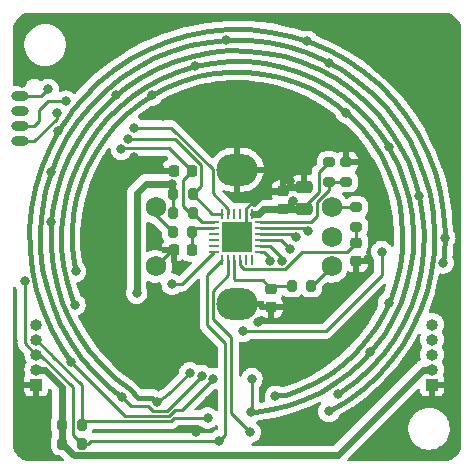
<source format=gbl>
%TF.GenerationSoftware,KiCad,Pcbnew,6.0.9-8da3e8f707~117~ubuntu22.04.1*%
%TF.CreationDate,2022-12-08T12:56:37-05:00*%
%TF.ProjectId,rotary_input_board,726f7461-7279-45f6-996e-7075745f626f,rev?*%
%TF.SameCoordinates,Original*%
%TF.FileFunction,Copper,L4,Bot*%
%TF.FilePolarity,Positive*%
%FSLAX46Y46*%
G04 Gerber Fmt 4.6, Leading zero omitted, Abs format (unit mm)*
G04 Created by KiCad (PCBNEW 6.0.9-8da3e8f707~117~ubuntu22.04.1) date 2022-12-08 12:56:37*
%MOMM*%
%LPD*%
G01*
G04 APERTURE LIST*
G04 Aperture macros list*
%AMRoundRect*
0 Rectangle with rounded corners*
0 $1 Rounding radius*
0 $2 $3 $4 $5 $6 $7 $8 $9 X,Y pos of 4 corners*
0 Add a 4 corners polygon primitive as box body*
4,1,4,$2,$3,$4,$5,$6,$7,$8,$9,$2,$3,0*
0 Add four circle primitives for the rounded corners*
1,1,$1+$1,$2,$3*
1,1,$1+$1,$4,$5*
1,1,$1+$1,$6,$7*
1,1,$1+$1,$8,$9*
0 Add four rect primitives between the rounded corners*
20,1,$1+$1,$2,$3,$4,$5,0*
20,1,$1+$1,$4,$5,$6,$7,0*
20,1,$1+$1,$6,$7,$8,$9,0*
20,1,$1+$1,$8,$9,$2,$3,0*%
G04 Aperture macros list end*
%TA.AperFunction,SMDPad,CuDef*%
%ADD10O,1.500000X0.800000*%
%TD*%
%TA.AperFunction,ComponentPad*%
%ADD11C,1.750000*%
%TD*%
%TA.AperFunction,ComponentPad*%
%ADD12O,3.500000X2.700000*%
%TD*%
%TA.AperFunction,SMDPad,CuDef*%
%ADD13RoundRect,0.200000X-0.200000X-0.275000X0.200000X-0.275000X0.200000X0.275000X-0.200000X0.275000X0*%
%TD*%
%TA.AperFunction,SMDPad,CuDef*%
%ADD14RoundRect,0.200000X0.275000X-0.200000X0.275000X0.200000X-0.275000X0.200000X-0.275000X-0.200000X0*%
%TD*%
%TA.AperFunction,SMDPad,CuDef*%
%ADD15RoundRect,0.225000X-0.250000X0.225000X-0.250000X-0.225000X0.250000X-0.225000X0.250000X0.225000X0*%
%TD*%
%TA.AperFunction,SMDPad,CuDef*%
%ADD16RoundRect,0.200000X-0.275000X0.200000X-0.275000X-0.200000X0.275000X-0.200000X0.275000X0.200000X0*%
%TD*%
%TA.AperFunction,SMDPad,CuDef*%
%ADD17RoundRect,0.062500X0.350000X0.062500X-0.350000X0.062500X-0.350000X-0.062500X0.350000X-0.062500X0*%
%TD*%
%TA.AperFunction,SMDPad,CuDef*%
%ADD18RoundRect,0.062500X0.062500X0.350000X-0.062500X0.350000X-0.062500X-0.350000X0.062500X-0.350000X0*%
%TD*%
%TA.AperFunction,SMDPad,CuDef*%
%ADD19R,2.600000X2.600000*%
%TD*%
%TA.AperFunction,SMDPad,CuDef*%
%ADD20RoundRect,0.225000X0.225000X0.250000X-0.225000X0.250000X-0.225000X-0.250000X0.225000X-0.250000X0*%
%TD*%
%TA.AperFunction,ComponentPad*%
%ADD21R,1.000000X1.000000*%
%TD*%
%TA.AperFunction,ComponentPad*%
%ADD22O,1.000000X1.000000*%
%TD*%
%TA.AperFunction,SMDPad,CuDef*%
%ADD23RoundRect,0.200000X0.200000X0.275000X-0.200000X0.275000X-0.200000X-0.275000X0.200000X-0.275000X0*%
%TD*%
%TA.AperFunction,SMDPad,CuDef*%
%ADD24RoundRect,0.225000X0.250000X-0.225000X0.250000X0.225000X-0.250000X0.225000X-0.250000X-0.225000X0*%
%TD*%
%TA.AperFunction,SMDPad,CuDef*%
%ADD25RoundRect,0.250000X0.475000X-0.250000X0.475000X0.250000X-0.475000X0.250000X-0.475000X-0.250000X0*%
%TD*%
%TA.AperFunction,ViaPad*%
%ADD26C,0.800000*%
%TD*%
%TA.AperFunction,Conductor*%
%ADD27C,0.400000*%
%TD*%
%TA.AperFunction,Conductor*%
%ADD28C,0.250000*%
%TD*%
%TA.AperFunction,Conductor*%
%ADD29C,0.600000*%
%TD*%
G04 APERTURE END LIST*
D10*
%TO.P,J3,2,NRST*%
%TO.N,~{RESET}*%
X131631000Y-91905000D03*
%TO.P,J3,4,SWCLK*%
%TO.N,SWCLK*%
X131631000Y-90635000D03*
%TO.P,J3,6,SWO*%
%TO.N,unconnected-(J3-Pad6)*%
X131631000Y-89365000D03*
%TO.P,J3,8,SWDIO*%
%TO.N,SWDIO*%
X131631000Y-88095000D03*
%TD*%
D11*
%TO.P,S1,1,SW1*%
%TO.N,ENC_SW_RAW*%
X143100000Y-97500000D03*
%TO.P,S1,2,SW2*%
%TO.N,GND*%
X143100000Y-102500000D03*
%TO.P,S1,3,A*%
%TO.N,ENC_A_RAW*%
X158000000Y-102500000D03*
%TO.P,S1,4,COMM*%
%TO.N,GND*%
X158000000Y-100000000D03*
%TO.P,S1,5,B*%
%TO.N,ENC_B_RAW*%
X158000000Y-97500000D03*
D12*
%TO.P,S1,6,GND*%
%TO.N,GND*%
X150000000Y-94300000D03*
X150000000Y-105700000D03*
%TD*%
D13*
%TO.P,R12,1*%
%TO.N,+3.3V*%
X144600000Y-98000000D03*
%TO.P,R12,2*%
%TO.N,~{RESET}*%
X146250000Y-98000000D03*
%TD*%
D14*
%TO.P,R14,1*%
%TO.N,ADDR_SET*%
X159250000Y-95325000D03*
%TO.P,R14,2*%
%TO.N,GND*%
X159250000Y-93675000D03*
%TD*%
D15*
%TO.P,C4,1*%
%TO.N,ENC_B*%
X160100000Y-100500000D03*
%TO.P,C4,2*%
%TO.N,GND*%
X160100000Y-102050000D03*
%TD*%
D16*
%TO.P,R10,1*%
%TO.N,ENC_B_RAW*%
X160100000Y-97475000D03*
%TO.P,R10,2*%
%TO.N,ENC_B*%
X160100000Y-99125000D03*
%TD*%
D17*
%TO.P,U1,1,PA02*%
%TO.N,ADDR_SET*%
X151937500Y-98750000D03*
%TO.P,U1,2,PA03*%
%TO.N,A*%
X151937500Y-99250000D03*
%TO.P,U1,3,PA04*%
%TO.N,B*%
X151937500Y-99750000D03*
%TO.P,U1,4,PA05*%
%TO.N,E*%
X151937500Y-100250000D03*
%TO.P,U1,5,PA06*%
%TO.N,D*%
X151937500Y-100750000D03*
%TO.P,U1,6,PA07*%
%TO.N,C*%
X151937500Y-101250000D03*
D18*
%TO.P,U1,7,PA08/XIN*%
%TO.N,unconnected-(U1-Pad7)*%
X151250000Y-101937500D03*
%TO.P,U1,8,PA09/XOUT*%
%TO.N,unconnected-(U1-Pad8)*%
X150750000Y-101937500D03*
%TO.P,U1,9,PA10*%
%TO.N,ENC_B*%
X150250000Y-101937500D03*
%TO.P,U1,10,PA11*%
%TO.N,ENC_A*%
X149750000Y-101937500D03*
%TO.P,U1,11,PA14*%
%TO.N,I2C_SDA*%
X149250000Y-101937500D03*
%TO.P,U1,12,PA15*%
%TO.N,I2C_SCL*%
X148750000Y-101937500D03*
D17*
%TO.P,U1,13,PA16*%
%TO.N,INT*%
X148062500Y-101250000D03*
%TO.P,U1,14,PA17*%
%TO.N,unconnected-(U1-Pad14)*%
X148062500Y-100750000D03*
%TO.P,U1,15,PA22*%
%TO.N,unconnected-(U1-Pad15)*%
X148062500Y-100250000D03*
%TO.P,U1,16,PA23*%
%TO.N,unconnected-(U1-Pad16)*%
X148062500Y-99750000D03*
%TO.P,U1,17,PA27*%
%TO.N,ENC_SW*%
X148062500Y-99250000D03*
%TO.P,U1,18,PA28/~{RST}*%
%TO.N,~{RESET}*%
X148062500Y-98750000D03*
D18*
%TO.P,U1,19,PA30/SWCLK*%
%TO.N,SWCLK*%
X148750000Y-98062500D03*
%TO.P,U1,20,PA31/SWDIO*%
%TO.N,SWDIO*%
X149250000Y-98062500D03*
%TO.P,U1,21,PA24*%
%TO.N,unconnected-(U1-Pad21)*%
X149750000Y-98062500D03*
%TO.P,U1,22,PA25*%
%TO.N,unconnected-(U1-Pad22)*%
X150250000Y-98062500D03*
%TO.P,U1,23,GND*%
%TO.N,GND*%
X150750000Y-98062500D03*
%TO.P,U1,24,VDD*%
%TO.N,+3.3V*%
X151250000Y-98062500D03*
D19*
%TO.P,U1,25,GND*%
%TO.N,GND*%
X150000000Y-100000000D03*
%TD*%
D20*
%TO.P,C6,1*%
%TO.N,~{RESET}*%
X146175000Y-94400000D03*
%TO.P,C6,2*%
%TO.N,GND*%
X144625000Y-94400000D03*
%TD*%
D13*
%TO.P,R7,1*%
%TO.N,+3.3V*%
X135175000Y-117500000D03*
%TO.P,R7,2*%
%TO.N,I2C_SCL*%
X136825000Y-117500000D03*
%TD*%
D21*
%TO.P,J4,1,Pin_1*%
%TO.N,GND*%
X133000000Y-112500000D03*
D22*
%TO.P,J4,2,Pin_2*%
%TO.N,+3.3V*%
X133000000Y-111230000D03*
%TO.P,J4,3,Pin_3*%
%TO.N,I2C_SCL*%
X133000000Y-109960000D03*
%TO.P,J4,4,Pin_4*%
%TO.N,I2C_SDA*%
X133000000Y-108690000D03*
%TO.P,J4,5,Pin_5*%
%TO.N,INT*%
X133000000Y-107420000D03*
%TD*%
D15*
%TO.P,C3,1*%
%TO.N,ENC_A*%
X152908000Y-104381000D03*
%TO.P,C3,2*%
%TO.N,GND*%
X152908000Y-105931000D03*
%TD*%
D21*
%TO.P,J1,1,Pin_1*%
%TO.N,GND*%
X166500000Y-112500000D03*
D22*
%TO.P,J1,2,Pin_2*%
%TO.N,+3.3V*%
X166500000Y-111230000D03*
%TO.P,J1,3,Pin_3*%
%TO.N,I2C_SCL*%
X166500000Y-109960000D03*
%TO.P,J1,4,Pin_4*%
%TO.N,I2C_SDA*%
X166500000Y-108690000D03*
%TO.P,J1,5,Pin_5*%
%TO.N,INT*%
X166500000Y-107420000D03*
%TD*%
D13*
%TO.P,R11,1*%
%TO.N,ENC_SW_RAW*%
X144550000Y-99600000D03*
%TO.P,R11,2*%
%TO.N,ENC_SW*%
X146200000Y-99600000D03*
%TD*%
%TO.P,R6,1*%
%TO.N,+3.3V*%
X144600000Y-96400000D03*
%TO.P,R6,2*%
%TO.N,SWCLK*%
X146250000Y-96400000D03*
%TD*%
D23*
%TO.P,R9,1*%
%TO.N,ENC_A_RAW*%
X156273000Y-104140000D03*
%TO.P,R9,2*%
%TO.N,ENC_A*%
X154623000Y-104140000D03*
%TD*%
D24*
%TO.P,C1,1*%
%TO.N,+3.3V*%
X153900000Y-97675000D03*
%TO.P,C1,2*%
%TO.N,GND*%
X153900000Y-96125000D03*
%TD*%
D16*
%TO.P,R13,1*%
%TO.N,+3.3V*%
X157750000Y-93675000D03*
%TO.P,R13,2*%
%TO.N,ADDR_SET*%
X157750000Y-95325000D03*
%TD*%
D20*
%TO.P,C5,1*%
%TO.N,ENC_SW*%
X146175000Y-101100000D03*
%TO.P,C5,2*%
%TO.N,GND*%
X144625000Y-101100000D03*
%TD*%
D13*
%TO.P,R8,1*%
%TO.N,+3.3V*%
X135175000Y-115900000D03*
%TO.P,R8,2*%
%TO.N,I2C_SDA*%
X136825000Y-115900000D03*
%TD*%
D25*
%TO.P,C2,1*%
%TO.N,+3.3V*%
X155700000Y-97650000D03*
%TO.P,C2,2*%
%TO.N,GND*%
X155700000Y-95750000D03*
%TD*%
D26*
%TO.N,A*%
X153250000Y-113500000D03*
X142822754Y-87979752D03*
X136326396Y-102923604D03*
X156000000Y-99500000D03*
X162825273Y-105575273D03*
X159243935Y-89506065D03*
%TO.N,B*%
X161246763Y-109746763D03*
X146459489Y-85526787D03*
X136265922Y-105734078D03*
X151157645Y-114842355D03*
X155000000Y-100000000D03*
X151250000Y-112000000D03*
X162821488Y-92428512D03*
%TO.N,C*%
X143200000Y-114000000D03*
X152750000Y-102000000D03*
X134267089Y-98767089D03*
X165421170Y-96561033D03*
X139748788Y-87998788D03*
X158531054Y-113281054D03*
X146000000Y-111500000D03*
%TO.N,GND*%
X141250000Y-93250000D03*
X150750000Y-99250000D03*
X143500000Y-94250000D03*
X151800000Y-107200000D03*
X161100000Y-101900000D03*
X157000000Y-106750000D03*
X154500000Y-111000000D03*
X149250000Y-99250000D03*
X147600000Y-113800000D03*
X146500000Y-109800000D03*
X143750000Y-89750000D03*
X150750000Y-100750000D03*
X154500000Y-95300000D03*
X143000000Y-104750000D03*
X156800000Y-115800000D03*
X131750000Y-87000000D03*
X155750000Y-109750000D03*
X146500000Y-116500000D03*
X149250000Y-100750000D03*
X150000000Y-88250000D03*
%TO.N,+3.3V*%
X141500000Y-104750000D03*
X154700000Y-97000000D03*
X144500000Y-95500000D03*
%TO.N,D*%
X157765710Y-85234290D03*
X149085034Y-83335034D03*
X153775500Y-102000000D03*
X134235653Y-94488717D03*
X147000000Y-111750000D03*
X157771113Y-114771113D03*
X140222278Y-113527722D03*
%TO.N,E*%
X134861405Y-91023268D03*
X167441220Y-102191220D03*
X148000000Y-112000000D03*
X135936128Y-110563872D03*
X154500000Y-101000000D03*
X155944075Y-83444075D03*
X167583282Y-100083282D03*
%TO.N,I2C_SDA*%
X147500000Y-115325999D03*
X151113233Y-116525500D03*
%TO.N,I2C_SCL*%
X148500000Y-117250000D03*
X132000000Y-103750000D03*
%TO.N,SWDIO*%
X141250000Y-90750000D03*
X134000000Y-87500000D03*
%TO.N,INT*%
X144500000Y-104000000D03*
X162250000Y-101250000D03*
X150500000Y-108000000D03*
%TO.N,SWCLK*%
X135500000Y-88500000D03*
X140750000Y-91750000D03*
%TO.N,~{RESET}*%
X134750000Y-89500000D03*
X140195576Y-92581637D03*
%TD*%
D27*
%TO.N,A*%
X149426142Y-86011795D02*
X150817897Y-86023940D01*
X163664327Y-96952814D02*
X163899364Y-98324633D01*
X153563482Y-86461138D02*
X154890175Y-86881868D01*
X155423776Y-112906658D02*
X154115443Y-113381416D01*
X136390934Y-96714803D02*
X136784380Y-95379763D01*
X163015129Y-105158060D02*
X162825273Y-105575273D01*
X163956356Y-101104224D02*
X163777747Y-102484525D01*
X160555727Y-90803489D02*
X161416706Y-91897037D01*
X158530332Y-88898981D02*
X159243935Y-89506065D01*
X144051738Y-87326508D02*
X145339511Y-86798521D01*
X136180990Y-102243691D02*
X136026498Y-100860484D01*
X162825273Y-105575273D02*
X162438658Y-106424871D01*
X150817897Y-86023940D02*
X152201569Y-86174216D01*
X152201569Y-86174216D02*
X153563482Y-86461138D01*
X146673346Y-86401008D02*
X148040059Y-86137899D01*
X154890175Y-86881868D02*
X156168537Y-87432250D01*
X142822754Y-87979752D02*
X144051738Y-87326508D01*
X145339511Y-86798521D02*
X146673346Y-86401008D01*
X156168537Y-87432250D02*
X157385934Y-88106843D01*
X157867226Y-111580411D02*
X156678504Y-112304339D01*
X136026498Y-100860484D02*
X136010111Y-99468772D01*
X140589037Y-89635012D02*
X141664705Y-88751797D01*
X159590423Y-89800834D02*
X160555727Y-90803489D01*
X163899364Y-98324633D02*
X163997029Y-99713010D01*
X136010111Y-99468772D02*
X136131991Y-98082311D01*
X154115443Y-113381416D02*
X153368584Y-113381416D01*
X163777747Y-102484525D02*
X163462968Y-103840270D01*
X153368584Y-113381416D02*
X153250000Y-113500000D01*
X159243935Y-89506065D02*
X159590423Y-89800834D01*
X139606381Y-90620667D02*
X140589037Y-89635012D01*
X160000425Y-109797483D02*
X158978193Y-110742031D01*
X137308440Y-94090387D02*
X137957936Y-92859418D01*
X160923820Y-108756102D02*
X160000425Y-109797483D01*
X161416706Y-91897037D02*
X162164849Y-93070669D01*
X156678504Y-112304339D02*
X155423776Y-112906658D01*
X163997029Y-99713010D02*
X163956356Y-101104224D01*
D28*
X151937500Y-99250000D02*
X155750000Y-99250000D01*
D27*
X138726448Y-91699022D02*
X139606381Y-90620667D01*
X162792763Y-94312786D02*
X163294241Y-95611111D01*
X136784380Y-95379763D02*
X137308440Y-94090387D01*
X163294241Y-95611111D02*
X163664327Y-96952814D01*
X137957936Y-92859418D02*
X138726448Y-91699022D01*
X162164849Y-93070669D02*
X162792763Y-94312786D01*
X157385934Y-88106843D02*
X158530332Y-88898981D01*
X136131991Y-98082311D02*
X136390934Y-96714803D01*
X158978193Y-110742031D02*
X157867226Y-111580411D01*
D28*
X155750000Y-99250000D02*
X156000000Y-99500000D01*
D27*
X136326396Y-102923604D02*
X136180990Y-102243691D01*
X161739250Y-107628183D02*
X160923820Y-108756102D01*
X163462968Y-103840270D02*
X163015129Y-105158060D01*
X148040059Y-86137899D02*
X149426142Y-86011795D01*
X162438658Y-106424871D02*
X161739250Y-107628183D01*
X141664705Y-88751797D02*
X142822754Y-87979752D01*
%TO.N,B*%
X138001719Y-91165387D02*
X138938219Y-90017709D01*
X164792896Y-98216931D02*
X164896839Y-99694561D01*
X147914062Y-85246764D02*
X149389251Y-85112552D01*
X136492554Y-93710483D02*
X137183803Y-92400380D01*
X135934803Y-95082748D02*
X136492554Y-93710483D01*
X135110760Y-99434622D02*
X135240475Y-97959031D01*
X135602406Y-103836456D02*
X135292624Y-102387929D01*
X137183803Y-92400380D02*
X138001719Y-91165387D01*
X164148871Y-95328968D02*
X164542749Y-96756923D01*
X162821488Y-92428512D02*
X162946876Y-92625211D01*
D28*
X151250000Y-112000000D02*
X151250000Y-114750000D01*
D27*
X152343099Y-85285415D02*
X153792563Y-85590781D01*
X153792563Y-85590781D02*
X155204544Y-86038559D01*
X162493917Y-108118566D02*
X161626066Y-109318995D01*
X159555363Y-111432590D02*
X158372976Y-112324867D01*
X149389251Y-85112552D02*
X150870477Y-85125478D01*
X157107837Y-113095333D02*
X155772448Y-113736373D01*
X163238286Y-106837899D02*
X162493917Y-108118566D01*
D28*
X151250000Y-114750000D02*
X151157645Y-114842355D01*
D27*
X145039908Y-85949854D02*
X146459489Y-85526787D01*
X142361359Y-87207022D02*
X143669350Y-86511783D01*
X135128200Y-100915801D02*
X135110760Y-99434622D01*
X155772448Y-113736373D02*
X154380008Y-114241651D01*
X143669350Y-86511783D02*
X145039908Y-85949854D01*
X136265922Y-105734078D02*
X136054484Y-105247066D01*
X164542749Y-96756923D02*
X164792896Y-98216931D01*
X139984046Y-88968690D02*
X141128864Y-88028698D01*
X160206950Y-89145173D02*
X161234310Y-90212284D01*
X162946876Y-92625211D02*
X163615155Y-93947179D01*
X155204544Y-86038559D02*
X156565087Y-86624322D01*
X164896839Y-99694561D02*
X164853551Y-101175210D01*
X135292624Y-102387929D02*
X135128200Y-100915801D01*
X161234310Y-90212284D02*
X162150638Y-91376131D01*
X160643310Y-110427321D02*
X159555363Y-111432590D01*
X162150638Y-91376131D02*
X162821488Y-92428512D01*
X158372976Y-112324867D02*
X157107837Y-113095333D01*
X150870477Y-85125478D02*
X152343099Y-85285415D01*
X135240475Y-97959031D02*
X135516064Y-96503611D01*
X136054484Y-105247066D02*
X135602406Y-103836456D01*
D28*
X155000000Y-100000000D02*
X154750000Y-99750000D01*
D27*
X138938219Y-90017709D02*
X139984046Y-88968690D01*
X163615155Y-93947179D02*
X164148871Y-95328968D01*
X135516064Y-96503611D02*
X135934803Y-95082748D01*
X164663460Y-102644244D02*
X164328445Y-104087144D01*
X159078711Y-88185344D02*
X160206950Y-89145173D01*
X146459489Y-85526787D02*
X147914062Y-85246764D01*
X164853551Y-101175210D02*
X164663460Y-102644244D01*
X164328445Y-104087144D02*
X163851817Y-105489650D01*
X163851817Y-105489650D02*
X163238286Y-106837899D01*
X161246763Y-109746763D02*
X160643310Y-110427321D01*
X154380008Y-114241651D02*
X152944279Y-114606174D01*
X141128864Y-88028698D02*
X142361359Y-87207022D01*
X156565087Y-86624322D02*
X157860744Y-87342283D01*
X152944279Y-114606174D02*
X151479450Y-114826339D01*
D28*
X154750000Y-99750000D02*
X151937500Y-99750000D01*
D27*
X161626066Y-109318995D02*
X161246763Y-109746763D01*
X157860744Y-87342283D02*
X159078711Y-88185344D01*
%TO.N,C*%
X134641196Y-96292420D02*
X135085228Y-94785733D01*
X134267089Y-98767089D02*
X134348961Y-97835751D01*
D28*
X144162564Y-113337436D02*
X146000000Y-111500000D01*
D27*
X134348961Y-97835751D02*
X134641196Y-96292420D01*
X138522549Y-110858504D02*
X137501102Y-109665224D01*
X162884569Y-90855227D02*
X163728902Y-92179754D01*
X146245633Y-84652566D02*
X147788066Y-84355629D01*
X140593024Y-87305599D02*
X141899965Y-86434292D01*
D28*
X151937500Y-101250000D02*
X152250000Y-101250000D01*
D27*
X141899965Y-86434292D02*
X143286962Y-85697059D01*
X138467104Y-89217104D02*
X139379056Y-88302370D01*
X161912893Y-89621080D02*
X162884569Y-90855227D01*
X163728902Y-92179754D02*
X164437547Y-93581572D01*
X164037914Y-107250926D02*
X163248583Y-108608949D01*
X154021644Y-84720426D02*
X155518912Y-85195251D01*
X165750745Y-101246196D02*
X165549172Y-102803964D01*
X134732753Y-104068188D02*
X134404259Y-102532166D01*
X158335554Y-86577723D02*
X159627090Y-87471707D01*
X138270058Y-89414752D02*
X138467104Y-89217104D01*
X135837677Y-107004826D02*
X135212138Y-105564003D01*
X137276991Y-90631753D02*
X138270058Y-89414752D01*
X139657432Y-111944466D02*
X138522549Y-110858504D01*
X162328311Y-109881888D02*
X161286195Y-111057160D01*
X135085228Y-94785733D02*
X135676668Y-93330580D01*
D28*
X152250000Y-101250000D02*
X152750000Y-101750000D01*
D27*
X147788066Y-84355629D02*
X149352360Y-84213310D01*
D28*
X143200000Y-114000000D02*
X144162564Y-113337436D01*
D27*
X144740306Y-85101187D02*
X146245633Y-84652566D01*
X136409670Y-91941343D02*
X137276991Y-90631753D01*
X136603187Y-108376419D02*
X135837677Y-107004826D01*
X152484628Y-84396615D02*
X154021644Y-84720426D01*
X139748788Y-87998788D02*
X140593024Y-87305599D01*
X165421170Y-96561033D02*
X165686426Y-98109229D01*
X158878727Y-113069322D02*
X158531054Y-113281054D01*
X135212138Y-105564003D02*
X134732753Y-104068188D01*
X143286962Y-85697059D02*
X144740306Y-85101187D01*
X165193922Y-104334019D02*
X164688504Y-105821239D01*
X160823477Y-88489512D02*
X161912893Y-89621080D01*
X150923056Y-84227018D02*
X152484628Y-84396615D01*
X159627090Y-87471707D02*
X160823477Y-88489512D01*
X165549172Y-102803964D02*
X165193922Y-104334019D01*
X134211410Y-99400472D02*
X134267089Y-98767089D01*
X165686426Y-98109229D02*
X165796647Y-99676112D01*
X135676668Y-93330580D02*
X136409670Y-91941343D01*
X161286195Y-111057160D02*
X160132532Y-112123150D01*
X165003501Y-95046825D02*
X165421170Y-96561033D01*
D28*
X152750000Y-101750000D02*
X152750000Y-102000000D01*
D27*
X156961636Y-85816396D02*
X158335554Y-86577723D01*
X160132532Y-112123150D02*
X158878727Y-113069322D01*
X141582158Y-113600000D02*
X142800000Y-113600000D01*
X134229904Y-100971118D02*
X134211410Y-99400472D01*
X140894534Y-112912376D02*
X139657432Y-111944466D01*
X139379056Y-88302370D02*
X139748788Y-87998788D01*
X134404259Y-102532166D02*
X134229904Y-100971118D01*
X164437547Y-93581572D02*
X165003501Y-95046825D01*
X142800000Y-113600000D02*
X143200000Y-114000000D01*
X155518912Y-85195251D02*
X156961636Y-85816396D01*
X165796647Y-99676112D02*
X165750745Y-101246196D01*
X149352360Y-84213310D02*
X150923056Y-84227018D01*
X137501102Y-109665224D02*
X136603187Y-108376419D01*
X164688504Y-105821239D02*
X164037914Y-107250926D01*
X163248583Y-108608949D02*
X162328311Y-109881888D01*
X140894534Y-112912376D02*
X141582158Y-113600000D01*
D28*
%TO.N,GND*%
X144625000Y-94400000D02*
X143650000Y-94400000D01*
D29*
X154750000Y-95750000D02*
X154275000Y-95750000D01*
X154275000Y-95750000D02*
X153900000Y-96125000D01*
D28*
X144500000Y-101100000D02*
X143100000Y-102500000D01*
X150750000Y-98062500D02*
X150750000Y-97601992D01*
X143650000Y-94400000D02*
X143500000Y-94250000D01*
D29*
X152462676Y-96125000D02*
X151437176Y-97150500D01*
D28*
X151201492Y-97150500D02*
X151437176Y-97150500D01*
X160100000Y-102050000D02*
X160950000Y-102050000D01*
X160950000Y-102050000D02*
X161100000Y-101900000D01*
X144625000Y-101100000D02*
X144500000Y-101100000D01*
D29*
X154500000Y-95500000D02*
X154500000Y-95300000D01*
D28*
X150750000Y-97601992D02*
X151201492Y-97150500D01*
X150750000Y-98062500D02*
X150750000Y-99250000D01*
X150750000Y-99250000D02*
X150000000Y-100000000D01*
D29*
X153900000Y-96125000D02*
X152462676Y-96125000D01*
X154750000Y-95750000D02*
X154500000Y-95500000D01*
X155700000Y-95750000D02*
X154750000Y-95750000D01*
%TO.N,+3.3V*%
X135175000Y-115900000D02*
X135175000Y-112675000D01*
X154550000Y-97650000D02*
X154550000Y-97150000D01*
X135175000Y-115900000D02*
X135175000Y-117500000D01*
X165770000Y-111230000D02*
X166500000Y-111230000D01*
X144500000Y-96300000D02*
X144600000Y-96400000D01*
X154550000Y-97650000D02*
X153925000Y-97650000D01*
X135175000Y-112675000D02*
X133730000Y-111230000D01*
X155700000Y-97650000D02*
X154550000Y-97650000D01*
D28*
X144600000Y-98000000D02*
X144600000Y-96400000D01*
D29*
X152225000Y-97675000D02*
X151837500Y-98062500D01*
D28*
X156950000Y-94475000D02*
X156950000Y-96217253D01*
D29*
X142250000Y-95500000D02*
X141500000Y-96250000D01*
D28*
X157750000Y-93675000D02*
X156950000Y-94475000D01*
D29*
X154550000Y-97150000D02*
X154700000Y-97000000D01*
D28*
X156950000Y-96217253D02*
X155700000Y-97467253D01*
D29*
X136150000Y-118475000D02*
X158525000Y-118475000D01*
X153900000Y-97675000D02*
X152225000Y-97675000D01*
X151837500Y-98062500D02*
X151374500Y-98062500D01*
X141500000Y-96250000D02*
X141500000Y-104750000D01*
X158525000Y-118475000D02*
X165770000Y-111230000D01*
X135175000Y-117500000D02*
X136150000Y-118475000D01*
D28*
X155700000Y-97467253D02*
X155700000Y-97650000D01*
D29*
X144500000Y-95500000D02*
X142250000Y-95500000D01*
X133730000Y-111230000D02*
X133000000Y-111230000D01*
X144500000Y-95500000D02*
X144500000Y-96300000D01*
X153925000Y-97650000D02*
X153900000Y-97675000D01*
D27*
%TO.N,D*%
X147662070Y-83464494D02*
X149085034Y-83335034D01*
D28*
X140222278Y-113527722D02*
X141042562Y-114348006D01*
D27*
X133515894Y-102676403D02*
X133331607Y-101026435D01*
X149085034Y-83335034D02*
X149315470Y-83314069D01*
X162591475Y-89029876D02*
X163618500Y-90334322D01*
X139068298Y-112624847D02*
X137868771Y-111477026D01*
X152626157Y-83507815D02*
X154250725Y-83850071D01*
D28*
X152750000Y-100750000D02*
X153775500Y-101775500D01*
D27*
X166647939Y-101317182D02*
X166434884Y-102963683D01*
X159384477Y-113813777D02*
X157966502Y-114677319D01*
X166434884Y-102963683D02*
X166059398Y-104580893D01*
X164837542Y-107663953D02*
X164003249Y-109099333D01*
X133312060Y-99366321D02*
X133457446Y-97712471D01*
X135030962Y-107403835D02*
X134369791Y-105880940D01*
X165858131Y-94764683D02*
X166299591Y-96365142D01*
X134369791Y-105880940D02*
X133863099Y-104299920D01*
X166299591Y-96365142D02*
X166579956Y-98001527D01*
X163030557Y-110444780D02*
X161929079Y-111686998D01*
X166696456Y-99657663D02*
X166647939Y-101317182D01*
X146031777Y-83778345D02*
X147662070Y-83464494D01*
X144440703Y-84252521D02*
X146031777Y-83778345D01*
D28*
X151937500Y-100750000D02*
X152750000Y-100750000D01*
D27*
X164003249Y-109099333D02*
X163030557Y-110444780D01*
D28*
X141042562Y-114348006D02*
X142474989Y-114348006D01*
D27*
X154250725Y-83850071D02*
X155833281Y-84351942D01*
X135635538Y-91482306D02*
X136552263Y-90098119D01*
X166579956Y-98001527D02*
X166696456Y-99657663D01*
X155833281Y-84351942D02*
X157358184Y-85008469D01*
X134860782Y-92950676D02*
X135635538Y-91482306D01*
X149315470Y-83314069D02*
X150975635Y-83328557D01*
X163618500Y-90334322D02*
X164510928Y-91734297D01*
X140375868Y-113647891D02*
X139068298Y-112624847D01*
X157765710Y-85234290D02*
X158810364Y-85813163D01*
X142904574Y-84882334D02*
X144440703Y-84252521D01*
X161929079Y-111686998D02*
X160709702Y-112813709D01*
X161440005Y-87833852D02*
X162591475Y-89029876D01*
X160709702Y-112813709D02*
X159384477Y-113813777D01*
X137868771Y-111477026D02*
X136789140Y-110215774D01*
X133863099Y-104299920D02*
X133515894Y-102676403D01*
X158810364Y-85813163D02*
X160175468Y-86758070D01*
D28*
X144024989Y-114725011D02*
X147000000Y-111750000D01*
D27*
X137601897Y-88811795D02*
X138774065Y-87636049D01*
X133766328Y-96081229D02*
X134235653Y-94488717D01*
X157358184Y-85008469D02*
X157765710Y-85234290D01*
X164510928Y-91734297D02*
X165259939Y-93215965D01*
X136789140Y-110215774D02*
X135840077Y-108853556D01*
X133331607Y-101026435D02*
X133312060Y-99366321D01*
D28*
X142851994Y-114725011D02*
X144024989Y-114725011D01*
D27*
X133457446Y-97712471D02*
X133766328Y-96081229D01*
X135840077Y-108853556D02*
X135030962Y-107403835D01*
X157966502Y-114677319D02*
X157771113Y-114771113D01*
X160175468Y-86758070D02*
X161440005Y-87833852D01*
X138774065Y-87636049D02*
X140057184Y-86582500D01*
X140057184Y-86582500D02*
X141438571Y-85661561D01*
X165525191Y-106152829D02*
X164837542Y-107663953D01*
X141438571Y-85661561D02*
X142904574Y-84882334D01*
X165259939Y-93215965D02*
X165858131Y-94764683D01*
D28*
X153775500Y-101775500D02*
X153775500Y-102000000D01*
D27*
X166059398Y-104580893D02*
X165525191Y-106152829D01*
X136552263Y-90098119D02*
X137601897Y-88811795D01*
X134235653Y-94488717D02*
X134860782Y-92950676D01*
D28*
X142474989Y-114348006D02*
X142851994Y-114725011D01*
D27*
X150975635Y-83328557D02*
X152626157Y-83507815D01*
%TO.N,E*%
X147536074Y-82573359D02*
X149278579Y-82414827D01*
X136933736Y-88208838D02*
X138169075Y-86969729D01*
X157754733Y-84200543D02*
X159285174Y-85048603D01*
X134044896Y-92570772D02*
X134861405Y-91023268D01*
X167473487Y-97893825D02*
X167596265Y-99639213D01*
X132565931Y-97589191D02*
X132891459Y-95870038D01*
X152767687Y-82619015D02*
X154479806Y-82979715D01*
X142522185Y-84067610D02*
X144141100Y-83403854D01*
X149278579Y-82414827D02*
X151028214Y-82430096D01*
X167178012Y-96169252D02*
X167473487Y-97893825D01*
X167596265Y-99639213D02*
X167583282Y-100083282D01*
X159285174Y-85048603D02*
X160723847Y-86044433D01*
X166712760Y-94482540D02*
X167178012Y-96169252D01*
X134861405Y-91023268D02*
X135827535Y-89564484D01*
D28*
X145337586Y-114662414D02*
X144724010Y-114662414D01*
D27*
X167583282Y-100083282D02*
X167545133Y-101388168D01*
X167545133Y-101388168D02*
X167441220Y-102191220D01*
X132412710Y-99332171D02*
X132565931Y-97589191D01*
X135936128Y-110563872D02*
X135076968Y-109330694D01*
D28*
X144211393Y-115175031D02*
X140547287Y-115175031D01*
D27*
X139521344Y-85859402D02*
X140977177Y-84888831D01*
X132433311Y-101081752D02*
X132412710Y-99332171D01*
X162056532Y-87178191D02*
X163270057Y-88438672D01*
X133527445Y-106197876D02*
X132993446Y-104531653D01*
X138169075Y-86969729D02*
X139521344Y-85859402D01*
X156147649Y-83508634D02*
X157754733Y-84200543D01*
D28*
X144724010Y-114662414D02*
X144211393Y-115175031D01*
D27*
X132627529Y-102820641D02*
X132433311Y-101081752D01*
X154479806Y-82979715D02*
X155944075Y-83444075D01*
X163270057Y-88438672D02*
X164352431Y-89813417D01*
X164352431Y-89813417D02*
X165292953Y-91288840D01*
X136046340Y-89296340D02*
X136933736Y-88208838D01*
X140977177Y-84888831D02*
X142522185Y-84067610D01*
X166082331Y-92850359D02*
X166712760Y-94482540D01*
X165292953Y-91288840D02*
X166082331Y-92850359D01*
X134224248Y-107802844D02*
X133527445Y-106197876D01*
X135827535Y-89564484D02*
X136046340Y-89296340D01*
X135076968Y-109330694D02*
X134224248Y-107802844D01*
X160723847Y-86044433D02*
X162056532Y-87178191D01*
D28*
X151937500Y-100250000D02*
X153750000Y-100250000D01*
D27*
X151028214Y-82430096D02*
X152767687Y-82619015D01*
X155944075Y-83444075D02*
X156147649Y-83508634D01*
D28*
X153750000Y-100250000D02*
X154500000Y-101000000D01*
X148000000Y-112000000D02*
X145337586Y-114662414D01*
D27*
X132993446Y-104531653D02*
X132627529Y-102820641D01*
X145817920Y-82904124D02*
X147536074Y-82573359D01*
X144141100Y-83403854D02*
X145817920Y-82904124D01*
X132891459Y-95870038D02*
X133386077Y-94191702D01*
D28*
X140547287Y-115175031D02*
X135936128Y-110563872D01*
D27*
X133386077Y-94191702D02*
X134044896Y-92570772D01*
D28*
%TO.N,I2C_SDA*%
X137124002Y-115600998D02*
X140336858Y-115600998D01*
X136825000Y-115900000D02*
X137124002Y-115600998D01*
X136825000Y-112540000D02*
X134325000Y-110040000D01*
X140336858Y-115600998D02*
X140360891Y-115625031D01*
X134325000Y-110040000D02*
X134325000Y-110015000D01*
X149250000Y-103250000D02*
X147925000Y-104575000D01*
X147925000Y-106925000D02*
X149500000Y-108500000D01*
X134325000Y-110015000D02*
X133000000Y-108690000D01*
X136825000Y-115900000D02*
X136825000Y-112540000D01*
X147925000Y-104575000D02*
X147925000Y-106925000D01*
X144397789Y-115625031D02*
X144696821Y-115325999D01*
X149250000Y-101937500D02*
X149250000Y-103250000D01*
X149500000Y-114912267D02*
X151113233Y-116525500D01*
X144696821Y-115325999D02*
X147500000Y-115325999D01*
X149500000Y-108500000D02*
X149500000Y-114912267D01*
X140360891Y-115625031D02*
X144397789Y-115625031D01*
%TO.N,I2C_SCL*%
X132040000Y-108500000D02*
X132000000Y-108500000D01*
X137453386Y-117453386D02*
X137406772Y-117500000D01*
X148500000Y-117250000D02*
X137656772Y-117250000D01*
X148750000Y-101937500D02*
X147475000Y-103212500D01*
X132000000Y-108500000D02*
X132000000Y-103750000D01*
X137656772Y-117250000D02*
X137453386Y-117453386D01*
X132040000Y-108500000D02*
X132040000Y-109000000D01*
X136100000Y-112716822D02*
X133343178Y-109960000D01*
X137406772Y-117500000D02*
X136825000Y-117500000D01*
X136100000Y-116775000D02*
X136100000Y-112716822D01*
X149000000Y-109000000D02*
X149000000Y-116750000D01*
X147475000Y-107475000D02*
X149000000Y-109000000D01*
X136825000Y-117500000D02*
X136100000Y-116775000D01*
X147475000Y-103212500D02*
X147475000Y-107475000D01*
X133343178Y-109960000D02*
X133000000Y-109960000D01*
X149000000Y-116750000D02*
X148500000Y-117250000D01*
X132040000Y-109000000D02*
X133000000Y-109960000D01*
%TO.N,SWDIO*%
X141250000Y-90750000D02*
X144425500Y-90750000D01*
X144425500Y-90750000D02*
X147925000Y-94249500D01*
X149250000Y-97601992D02*
X149250000Y-98062500D01*
X147925000Y-96276992D02*
X149250000Y-97601992D01*
X133405000Y-88095000D02*
X134000000Y-87500000D01*
X131631000Y-88095000D02*
X133405000Y-88095000D01*
X147925000Y-94249500D02*
X147925000Y-96276992D01*
%TO.N,INT*%
X145312500Y-104000000D02*
X148062500Y-101250000D01*
X144500000Y-104000000D02*
X145312500Y-104000000D01*
X162250000Y-103250000D02*
X162250000Y-101250000D01*
X150500000Y-108000000D02*
X157500000Y-108000000D01*
X157500000Y-108000000D02*
X162250000Y-103250000D01*
%TO.N,ADDR_SET*%
X159250000Y-95325000D02*
X157750000Y-95325000D01*
X157750000Y-96052943D02*
X157750000Y-95325000D01*
X156800000Y-98200000D02*
X156800000Y-97002943D01*
X156800000Y-97002943D02*
X157750000Y-96052943D01*
X156250000Y-98750000D02*
X156800000Y-98200000D01*
X151937500Y-98750000D02*
X156250000Y-98750000D01*
%TO.N,ENC_B*%
X160100000Y-100500000D02*
X159300000Y-101300000D01*
X159300000Y-101300000D02*
X155502587Y-101300000D01*
X150578977Y-102726985D02*
X150250000Y-102398008D01*
X155502587Y-101300000D02*
X154075602Y-102726985D01*
X154075602Y-102726985D02*
X150578977Y-102726985D01*
X150250000Y-102398008D02*
X150250000Y-101937500D01*
X160100000Y-99125000D02*
X160100000Y-100500000D01*
%TO.N,ENC_A*%
X154623000Y-104140000D02*
X153149000Y-104140000D01*
X149750000Y-101937500D02*
X149750000Y-103522000D01*
X149750000Y-103522000D02*
X149860000Y-103632000D01*
X152159000Y-103632000D02*
X152908000Y-104381000D01*
X149860000Y-103632000D02*
X152159000Y-103632000D01*
X153149000Y-104140000D02*
X152908000Y-104381000D01*
%TO.N,ENC_SW*%
X146175000Y-99625000D02*
X146200000Y-99600000D01*
X146550000Y-99250000D02*
X148062500Y-99250000D01*
X146200000Y-99600000D02*
X146550000Y-99250000D01*
X146175000Y-101100000D02*
X146175000Y-99625000D01*
%TO.N,SWCLK*%
X146950000Y-95700000D02*
X146950000Y-93922183D01*
X144777817Y-91750000D02*
X140750000Y-91750000D01*
X134000000Y-88500000D02*
X133261001Y-89238999D01*
X135500000Y-88500000D02*
X134000000Y-88500000D01*
X133261001Y-89238999D02*
X133261001Y-90196752D01*
X132822753Y-90635000D02*
X131631000Y-90635000D01*
X148750000Y-98062500D02*
X147912500Y-98062500D01*
X147912500Y-98062500D02*
X146250000Y-96400000D01*
X146950000Y-93922183D02*
X144777817Y-91750000D01*
X146250000Y-96400000D02*
X146950000Y-95700000D01*
X133261001Y-90196752D02*
X132822753Y-90635000D01*
%TO.N,~{RESET}*%
X146250000Y-98000000D02*
X146000000Y-98000000D01*
X145400000Y-95175000D02*
X146175000Y-94400000D01*
X132822753Y-91905000D02*
X134750000Y-89977753D01*
X144275000Y-92500000D02*
X140277213Y-92500000D01*
X134750000Y-89977753D02*
X134750000Y-89500000D01*
X145400000Y-97400000D02*
X145400000Y-95175000D01*
X140277213Y-92500000D02*
X140195576Y-92581637D01*
X146000000Y-98000000D02*
X145400000Y-97400000D01*
X147000000Y-98750000D02*
X146250000Y-98000000D01*
X148062500Y-98750000D02*
X147000000Y-98750000D01*
X131631000Y-91905000D02*
X132822753Y-91905000D01*
X146175000Y-94400000D02*
X144275000Y-92500000D01*
%TO.N,ENC_A_RAW*%
X156273000Y-104140000D02*
X156360000Y-104140000D01*
X156360000Y-104140000D02*
X158000000Y-102500000D01*
%TO.N,ENC_B_RAW*%
X158025000Y-97475000D02*
X158000000Y-97500000D01*
X160100000Y-97475000D02*
X158025000Y-97475000D01*
%TO.N,ENC_SW_RAW*%
X144550000Y-99600000D02*
X143100000Y-98150000D01*
X143100000Y-98150000D02*
X143100000Y-97500000D01*
%TD*%
%TA.AperFunction,Conductor*%
%TO.N,GND*%
G36*
X167470018Y-81010000D02*
G01*
X167484851Y-81012310D01*
X167484855Y-81012310D01*
X167493724Y-81013691D01*
X167508981Y-81011696D01*
X167534302Y-81010953D01*
X167703285Y-81023039D01*
X167721064Y-81025596D01*
X167911392Y-81066999D01*
X167928641Y-81072063D01*
X168111150Y-81140136D01*
X168127502Y-81147604D01*
X168298458Y-81240952D01*
X168313582Y-81250672D01*
X168469514Y-81367402D01*
X168483100Y-81379175D01*
X168620825Y-81516900D01*
X168632598Y-81530486D01*
X168749328Y-81686418D01*
X168759048Y-81701542D01*
X168852396Y-81872498D01*
X168859864Y-81888850D01*
X168927937Y-82071359D01*
X168933001Y-82088607D01*
X168974404Y-82278936D01*
X168976961Y-82296715D01*
X168987708Y-82446971D01*
X168988540Y-82458601D01*
X168987793Y-82476565D01*
X168987692Y-82484845D01*
X168986309Y-82493724D01*
X168987474Y-82502630D01*
X168990436Y-82525283D01*
X168991500Y-82541621D01*
X168991500Y-117450633D01*
X168990000Y-117470018D01*
X168987690Y-117484851D01*
X168987690Y-117484855D01*
X168986309Y-117493724D01*
X168988136Y-117507693D01*
X168988304Y-117508976D01*
X168989047Y-117534302D01*
X168978224Y-117685637D01*
X168976962Y-117703279D01*
X168974404Y-117721064D01*
X168934378Y-117905062D01*
X168933001Y-117911392D01*
X168927937Y-117928641D01*
X168859864Y-118111150D01*
X168852396Y-118127502D01*
X168759048Y-118298458D01*
X168749328Y-118313582D01*
X168632598Y-118469514D01*
X168620825Y-118483100D01*
X168483100Y-118620825D01*
X168469514Y-118632598D01*
X168313582Y-118749328D01*
X168298458Y-118759048D01*
X168127502Y-118852396D01*
X168111150Y-118859864D01*
X167928641Y-118927937D01*
X167911393Y-118933001D01*
X167721064Y-118974404D01*
X167703285Y-118976961D01*
X167541395Y-118988540D01*
X167523435Y-118987793D01*
X167515155Y-118987692D01*
X167506276Y-118986309D01*
X167474714Y-118990436D01*
X167458379Y-118991500D01*
X159456082Y-118991500D01*
X159387961Y-118971498D01*
X159341468Y-118917842D01*
X159331364Y-118847568D01*
X159360858Y-118782988D01*
X159366987Y-118776405D01*
X161785737Y-116357655D01*
X164489858Y-116357655D01*
X164525104Y-116616638D01*
X164526412Y-116621124D01*
X164526412Y-116621126D01*
X164546098Y-116688664D01*
X164598243Y-116867567D01*
X164707668Y-117104928D01*
X164710231Y-117108837D01*
X164848410Y-117319596D01*
X164848414Y-117319601D01*
X164850976Y-117323509D01*
X164973144Y-117460386D01*
X165010845Y-117502626D01*
X165025018Y-117518506D01*
X165225970Y-117685637D01*
X165229973Y-117688066D01*
X165445422Y-117818804D01*
X165445426Y-117818806D01*
X165449419Y-117821229D01*
X165690455Y-117922303D01*
X165943783Y-117986641D01*
X165948434Y-117987109D01*
X165948438Y-117987110D01*
X166141308Y-118006531D01*
X166160867Y-118008500D01*
X166316354Y-118008500D01*
X166318679Y-118008327D01*
X166318685Y-118008327D01*
X166506000Y-117994407D01*
X166506004Y-117994406D01*
X166510652Y-117994061D01*
X166515200Y-117993032D01*
X166515206Y-117993031D01*
X166701601Y-117950853D01*
X166765577Y-117936377D01*
X166769931Y-117934684D01*
X167004824Y-117843340D01*
X167004827Y-117843339D01*
X167009177Y-117841647D01*
X167031741Y-117828751D01*
X167220136Y-117721074D01*
X167236098Y-117711951D01*
X167441357Y-117550138D01*
X167620443Y-117359763D01*
X167738556Y-117189505D01*
X167766759Y-117148851D01*
X167766761Y-117148848D01*
X167769424Y-117145009D01*
X167789190Y-117104928D01*
X167882960Y-116914781D01*
X167882961Y-116914778D01*
X167885025Y-116910593D01*
X167890949Y-116892088D01*
X167963280Y-116666123D01*
X167964707Y-116661665D01*
X168006721Y-116403693D01*
X168009243Y-116211049D01*
X168010081Y-116147022D01*
X168010081Y-116147019D01*
X168010142Y-116142345D01*
X167974896Y-115883362D01*
X167968945Y-115862943D01*
X167919648Y-115693814D01*
X167901757Y-115632433D01*
X167792332Y-115395072D01*
X167735506Y-115308398D01*
X167651590Y-115180404D01*
X167651586Y-115180399D01*
X167649024Y-115176491D01*
X167474982Y-114981494D01*
X167274030Y-114814363D01*
X167130210Y-114727091D01*
X167054578Y-114681196D01*
X167054574Y-114681194D01*
X167050581Y-114678771D01*
X166809545Y-114577697D01*
X166556217Y-114513359D01*
X166551566Y-114512891D01*
X166551562Y-114512890D01*
X166342271Y-114491816D01*
X166339133Y-114491500D01*
X166183646Y-114491500D01*
X166181321Y-114491673D01*
X166181315Y-114491673D01*
X165994000Y-114505593D01*
X165993996Y-114505594D01*
X165989348Y-114505939D01*
X165984800Y-114506968D01*
X165984794Y-114506969D01*
X165798399Y-114549147D01*
X165734423Y-114563623D01*
X165730071Y-114565315D01*
X165730069Y-114565316D01*
X165495176Y-114656660D01*
X165495173Y-114656661D01*
X165490823Y-114658353D01*
X165486769Y-114660670D01*
X165486767Y-114660671D01*
X165466076Y-114672497D01*
X165263902Y-114788049D01*
X165058643Y-114949862D01*
X164879557Y-115140237D01*
X164819494Y-115226817D01*
X164741982Y-115338550D01*
X164730576Y-115354991D01*
X164728510Y-115359181D01*
X164728508Y-115359184D01*
X164623923Y-115571263D01*
X164614975Y-115589407D01*
X164535293Y-115838335D01*
X164493279Y-116096307D01*
X164492085Y-116187500D01*
X164489964Y-116349580D01*
X164489858Y-116357655D01*
X161785737Y-116357655D01*
X165276906Y-112866486D01*
X165339218Y-112832460D01*
X165410033Y-112837525D01*
X165466869Y-112880072D01*
X165491680Y-112946592D01*
X165492001Y-112955581D01*
X165492001Y-113044669D01*
X165492371Y-113051490D01*
X165497895Y-113102352D01*
X165501521Y-113117604D01*
X165546676Y-113238054D01*
X165555214Y-113253649D01*
X165631715Y-113355724D01*
X165644276Y-113368285D01*
X165746351Y-113444786D01*
X165761946Y-113453324D01*
X165882394Y-113498478D01*
X165897649Y-113502105D01*
X165948514Y-113507631D01*
X165955328Y-113508000D01*
X166227885Y-113508000D01*
X166243124Y-113503525D01*
X166244329Y-113502135D01*
X166246000Y-113494452D01*
X166246000Y-113489884D01*
X166754000Y-113489884D01*
X166758475Y-113505123D01*
X166759865Y-113506328D01*
X166767548Y-113507999D01*
X167044669Y-113507999D01*
X167051490Y-113507629D01*
X167102352Y-113502105D01*
X167117604Y-113498479D01*
X167238054Y-113453324D01*
X167253649Y-113444786D01*
X167355724Y-113368285D01*
X167368285Y-113355724D01*
X167444786Y-113253649D01*
X167453324Y-113238054D01*
X167498478Y-113117606D01*
X167502105Y-113102351D01*
X167507631Y-113051486D01*
X167508000Y-113044672D01*
X167508000Y-112772115D01*
X167503525Y-112756876D01*
X167502135Y-112755671D01*
X167494452Y-112754000D01*
X166772115Y-112754000D01*
X166756876Y-112758475D01*
X166755671Y-112759865D01*
X166754000Y-112767548D01*
X166754000Y-113489884D01*
X166246000Y-113489884D01*
X166246000Y-112372000D01*
X166266002Y-112303879D01*
X166319658Y-112257386D01*
X166372000Y-112246000D01*
X167489884Y-112246000D01*
X167505123Y-112241525D01*
X167506328Y-112240135D01*
X167507999Y-112232452D01*
X167507999Y-111955331D01*
X167507629Y-111948510D01*
X167502105Y-111897648D01*
X167498479Y-111882396D01*
X167453324Y-111761946D01*
X167440478Y-111738483D01*
X167442602Y-111737320D01*
X167422313Y-111683007D01*
X167428429Y-111634183D01*
X167459443Y-111540950D01*
X167488197Y-111454513D01*
X167512985Y-111258295D01*
X167513380Y-111230000D01*
X167494080Y-111033167D01*
X167436916Y-110843831D01*
X167344066Y-110669204D01*
X167340167Y-110664424D01*
X167339715Y-110663743D01*
X167318676Y-110595935D01*
X167335105Y-110531775D01*
X167345188Y-110514027D01*
X167366108Y-110477200D01*
X167422723Y-110377542D01*
X167422725Y-110377537D01*
X167425769Y-110372179D01*
X167488197Y-110184513D01*
X167512985Y-109988295D01*
X167513380Y-109960000D01*
X167494080Y-109763167D01*
X167436916Y-109573831D01*
X167344066Y-109399204D01*
X167340167Y-109394424D01*
X167339715Y-109393743D01*
X167318676Y-109325935D01*
X167335105Y-109261775D01*
X167335877Y-109260417D01*
X167389417Y-109166170D01*
X167422723Y-109107542D01*
X167422725Y-109107537D01*
X167425769Y-109102179D01*
X167488197Y-108914513D01*
X167512985Y-108718295D01*
X167513380Y-108690000D01*
X167494080Y-108493167D01*
X167486427Y-108467817D01*
X167444395Y-108328602D01*
X167436916Y-108303831D01*
X167344066Y-108129204D01*
X167340167Y-108124424D01*
X167339715Y-108123743D01*
X167318676Y-108055935D01*
X167335105Y-107991775D01*
X167336398Y-107989500D01*
X167380363Y-107912107D01*
X167422723Y-107837542D01*
X167422725Y-107837537D01*
X167425769Y-107832179D01*
X167488197Y-107644513D01*
X167512985Y-107448295D01*
X167513380Y-107420000D01*
X167494080Y-107223167D01*
X167436916Y-107033831D01*
X167344066Y-106859204D01*
X167238675Y-106729982D01*
X167222960Y-106710713D01*
X167222957Y-106710710D01*
X167219065Y-106705938D01*
X167209592Y-106698101D01*
X167071425Y-106583799D01*
X167071421Y-106583797D01*
X167066675Y-106579870D01*
X166892701Y-106485802D01*
X166703768Y-106427318D01*
X166697643Y-106426674D01*
X166697642Y-106426674D01*
X166513204Y-106407289D01*
X166513202Y-106407289D01*
X166507075Y-106406645D01*
X166370133Y-106419108D01*
X166300482Y-106405363D01*
X166249317Y-106356142D01*
X166232886Y-106287073D01*
X166239416Y-106253084D01*
X166652238Y-105038329D01*
X166725635Y-104822352D01*
X166726967Y-104818626D01*
X166737526Y-104790493D01*
X166738977Y-104786627D01*
X166739910Y-104782610D01*
X166739912Y-104782602D01*
X166740149Y-104781580D01*
X166741903Y-104775428D01*
X166741831Y-104775408D01*
X166742837Y-104771737D01*
X166744056Y-104768149D01*
X166751319Y-104733592D01*
X166751889Y-104731014D01*
X166774077Y-104635453D01*
X166960904Y-103830793D01*
X167112792Y-103176613D01*
X167147682Y-103114781D01*
X167210463Y-103081628D01*
X167261724Y-103081864D01*
X167339267Y-103098347D01*
X167339280Y-103098348D01*
X167345733Y-103099720D01*
X167536707Y-103099720D01*
X167543159Y-103098348D01*
X167543164Y-103098348D01*
X167648088Y-103076045D01*
X167723508Y-103060014D01*
X167729539Y-103057329D01*
X167891942Y-102985023D01*
X167891944Y-102985022D01*
X167897972Y-102982338D01*
X168052473Y-102870086D01*
X168056895Y-102865175D01*
X168175841Y-102733072D01*
X168175842Y-102733071D01*
X168180260Y-102728164D01*
X168275747Y-102562776D01*
X168334762Y-102381148D01*
X168342871Y-102304000D01*
X168354034Y-102197785D01*
X168354724Y-102191220D01*
X168343174Y-102081329D01*
X168335452Y-102007855D01*
X168335452Y-102007853D01*
X168334762Y-102001292D01*
X168275747Y-101819664D01*
X168269425Y-101808713D01*
X168238203Y-101754636D01*
X168221465Y-101685641D01*
X168222364Y-101675467D01*
X168234632Y-101580653D01*
X168245945Y-101493226D01*
X168246512Y-101489323D01*
X168251308Y-101459632D01*
X168251966Y-101455559D01*
X168252118Y-101450368D01*
X168252622Y-101443995D01*
X168252547Y-101443990D01*
X168252807Y-101440200D01*
X168253293Y-101436441D01*
X168253584Y-101401105D01*
X168253634Y-101398487D01*
X168253773Y-101393756D01*
X168273494Y-100719200D01*
X168295478Y-100651693D01*
X168305804Y-100638571D01*
X168317902Y-100625135D01*
X168322322Y-100620226D01*
X168338133Y-100592842D01*
X168414505Y-100460561D01*
X168414506Y-100460560D01*
X168417809Y-100454838D01*
X168476824Y-100273210D01*
X168481415Y-100229534D01*
X168496096Y-100089847D01*
X168496786Y-100083282D01*
X168488033Y-100000000D01*
X168477514Y-99899917D01*
X168477514Y-99899915D01*
X168476824Y-99893354D01*
X168417809Y-99711726D01*
X168322322Y-99546338D01*
X168318737Y-99542357D01*
X168295145Y-99477580D01*
X168294019Y-99461561D01*
X168222990Y-98451830D01*
X168181241Y-97858319D01*
X168181025Y-97854367D01*
X168179859Y-97824337D01*
X168179699Y-97820215D01*
X168179003Y-97816152D01*
X168179002Y-97816144D01*
X168178827Y-97815124D01*
X168178059Y-97808753D01*
X168177983Y-97808763D01*
X168177489Y-97804998D01*
X168177223Y-97801212D01*
X168170519Y-97766477D01*
X168170051Y-97763904D01*
X168130816Y-97534901D01*
X168020774Y-96892633D01*
X167878741Y-96063637D01*
X167878133Y-96059723D01*
X167873992Y-96029958D01*
X167873991Y-96029955D01*
X167873425Y-96025884D01*
X167872332Y-96021922D01*
X167872329Y-96021907D01*
X167872050Y-96020896D01*
X167870655Y-96014641D01*
X167870581Y-96014658D01*
X167869716Y-96010963D01*
X167869075Y-96007221D01*
X167858961Y-95973341D01*
X167858233Y-95970806D01*
X167858220Y-95970757D01*
X167649970Y-95215775D01*
X167399538Y-94307865D01*
X167398545Y-94304032D01*
X167391472Y-94274841D01*
X167390501Y-94270832D01*
X167388642Y-94266019D01*
X167386627Y-94259916D01*
X167386556Y-94259940D01*
X167385325Y-94256338D01*
X167384319Y-94252692D01*
X167370887Y-94219976D01*
X167369909Y-94217520D01*
X166748368Y-92608347D01*
X166746999Y-92604630D01*
X166737065Y-92576290D01*
X166737064Y-92576288D01*
X166735702Y-92572402D01*
X166733842Y-92568722D01*
X166733838Y-92568713D01*
X166733365Y-92567777D01*
X166730762Y-92561923D01*
X166730694Y-92561954D01*
X166729114Y-92558499D01*
X166727750Y-92554967D01*
X166725972Y-92551625D01*
X166725968Y-92551617D01*
X166711136Y-92523744D01*
X166709920Y-92521400D01*
X165931677Y-90981908D01*
X165929945Y-90978345D01*
X165917240Y-90951119D01*
X165917239Y-90951117D01*
X165915496Y-90947382D01*
X165913280Y-90943906D01*
X165913277Y-90943900D01*
X165912714Y-90943017D01*
X165909540Y-90937445D01*
X165909475Y-90937483D01*
X165907566Y-90934212D01*
X165905852Y-90930822D01*
X165886232Y-90901424D01*
X165884793Y-90899218D01*
X164957518Y-89444575D01*
X164955442Y-89441202D01*
X164940104Y-89415385D01*
X164937994Y-89411833D01*
X164934791Y-89407765D01*
X164931080Y-89402537D01*
X164931019Y-89402581D01*
X164928791Y-89399510D01*
X164926753Y-89396313D01*
X164924347Y-89393386D01*
X164924343Y-89393380D01*
X164904288Y-89368978D01*
X164902632Y-89366919D01*
X164867066Y-89321745D01*
X163835551Y-88011598D01*
X163833158Y-88008458D01*
X163815303Y-87984251D01*
X163815292Y-87984239D01*
X163812852Y-87980930D01*
X163809257Y-87977196D01*
X163805052Y-87972368D01*
X163804995Y-87972419D01*
X163802476Y-87969588D01*
X163800125Y-87966603D01*
X163775128Y-87941705D01*
X163773276Y-87939822D01*
X163349838Y-87500000D01*
X162576801Y-86697051D01*
X162574136Y-86694196D01*
X162551195Y-86668816D01*
X162548056Y-86666146D01*
X162548046Y-86666136D01*
X162547251Y-86665460D01*
X162542584Y-86661073D01*
X162542533Y-86661129D01*
X162539741Y-86658559D01*
X162537109Y-86655824D01*
X162534170Y-86653428D01*
X162534160Y-86653419D01*
X162509722Y-86633498D01*
X162507690Y-86631806D01*
X162472501Y-86601869D01*
X161193777Y-85514018D01*
X161190810Y-85511412D01*
X161168537Y-85491222D01*
X161168531Y-85491217D01*
X161165488Y-85488459D01*
X161161227Y-85485509D01*
X161156148Y-85481607D01*
X161156103Y-85481667D01*
X161153068Y-85479385D01*
X161150181Y-85476929D01*
X161120712Y-85457432D01*
X161118524Y-85455951D01*
X160536423Y-85053029D01*
X159700121Y-84474152D01*
X159696912Y-84471856D01*
X159669429Y-84451525D01*
X159664897Y-84449013D01*
X159659456Y-84445634D01*
X159659417Y-84445699D01*
X159656170Y-84443729D01*
X159653053Y-84441572D01*
X159649699Y-84439804D01*
X159649695Y-84439802D01*
X159621820Y-84425111D01*
X159619495Y-84423855D01*
X158217593Y-83647022D01*
X158110568Y-83587716D01*
X158107139Y-83585745D01*
X158081346Y-83570373D01*
X158081347Y-83570373D01*
X158077804Y-83568262D01*
X158074017Y-83566631D01*
X158074012Y-83566629D01*
X158073048Y-83566214D01*
X158067294Y-83563390D01*
X158067261Y-83563458D01*
X158063839Y-83561823D01*
X158060521Y-83559984D01*
X158057010Y-83558559D01*
X158057006Y-83558557D01*
X158027801Y-83546703D01*
X158025363Y-83545684D01*
X156768119Y-83004394D01*
X156713461Y-82959084D01*
X156708826Y-82951664D01*
X156686416Y-82912849D01*
X156683115Y-82907131D01*
X156668738Y-82891163D01*
X156559750Y-82770120D01*
X156559749Y-82770119D01*
X156555328Y-82765209D01*
X156456232Y-82693211D01*
X156406169Y-82656838D01*
X156406168Y-82656837D01*
X156400827Y-82652957D01*
X156394799Y-82650273D01*
X156394797Y-82650272D01*
X156232394Y-82577966D01*
X156232393Y-82577966D01*
X156226363Y-82575281D01*
X156122716Y-82553250D01*
X156046019Y-82536947D01*
X156046014Y-82536947D01*
X156039562Y-82535575D01*
X155848588Y-82535575D01*
X155842136Y-82536947D01*
X155842131Y-82536947D01*
X155765434Y-82553250D01*
X155661787Y-82575281D01*
X155655755Y-82577967D01*
X155649475Y-82580007D01*
X155648857Y-82578105D01*
X155587912Y-82586273D01*
X155568947Y-82581838D01*
X155556738Y-82577966D01*
X155319181Y-82502630D01*
X154707539Y-82308661D01*
X154703785Y-82307405D01*
X154675464Y-82297434D01*
X154675458Y-82297432D01*
X154671566Y-82296062D01*
X154666517Y-82294998D01*
X154660310Y-82293365D01*
X154660292Y-82293438D01*
X154656598Y-82292507D01*
X154652988Y-82291362D01*
X154649266Y-82290659D01*
X154649258Y-82290657D01*
X154618281Y-82284807D01*
X154615701Y-82284292D01*
X154201739Y-82197081D01*
X152927645Y-81928661D01*
X152923785Y-81927784D01*
X152890618Y-81919700D01*
X152885947Y-81919193D01*
X152885472Y-81919141D01*
X152879151Y-81918135D01*
X152879140Y-81918209D01*
X152875380Y-81917651D01*
X152871665Y-81916868D01*
X152862924Y-81916104D01*
X152836456Y-81913790D01*
X152833824Y-81913532D01*
X151118876Y-81727276D01*
X151114947Y-81726787D01*
X151085193Y-81722606D01*
X151085192Y-81722606D01*
X151081101Y-81722031D01*
X151075935Y-81721986D01*
X151069526Y-81721611D01*
X151069522Y-81721686D01*
X151065723Y-81721504D01*
X151061961Y-81721095D01*
X151058182Y-81721141D01*
X151058176Y-81721141D01*
X151026594Y-81721528D01*
X151023951Y-81721532D01*
X149299006Y-81706478D01*
X149295048Y-81706381D01*
X149265033Y-81705175D01*
X149265031Y-81705175D01*
X149260899Y-81705009D01*
X149255742Y-81705478D01*
X149249342Y-81705741D01*
X149249346Y-81705817D01*
X149245549Y-81706012D01*
X149241760Y-81705979D01*
X149238002Y-81706400D01*
X149237992Y-81706401D01*
X149206682Y-81709913D01*
X149204055Y-81710180D01*
X148270314Y-81795131D01*
X147486029Y-81866485D01*
X147482105Y-81866780D01*
X147448002Y-81868805D01*
X147443949Y-81869585D01*
X147443944Y-81869586D01*
X147442935Y-81869780D01*
X147436577Y-81870679D01*
X147436588Y-81870754D01*
X147432832Y-81871325D01*
X147429054Y-81871669D01*
X147425340Y-81872465D01*
X147425341Y-81872465D01*
X147394488Y-81879078D01*
X147391899Y-81879605D01*
X145697977Y-82205705D01*
X145694076Y-82206393D01*
X145664403Y-82211143D01*
X145664396Y-82211145D01*
X145660327Y-82211796D01*
X145656373Y-82212974D01*
X145656370Y-82212975D01*
X145655364Y-82213275D01*
X145649144Y-82214797D01*
X145649162Y-82214869D01*
X145645475Y-82215812D01*
X145641757Y-82216528D01*
X145638148Y-82217686D01*
X145638150Y-82217686D01*
X145608138Y-82227320D01*
X145605613Y-82228102D01*
X143952379Y-82720803D01*
X143948563Y-82721874D01*
X143915543Y-82730595D01*
X143910749Y-82732560D01*
X143904705Y-82734694D01*
X143904731Y-82734765D01*
X143901171Y-82736064D01*
X143897534Y-82737148D01*
X143894056Y-82738660D01*
X143865158Y-82751222D01*
X143862725Y-82752250D01*
X142266549Y-83406683D01*
X142262862Y-83408127D01*
X142230893Y-83420074D01*
X142226330Y-83422499D01*
X142220518Y-83425227D01*
X142220551Y-83425296D01*
X142217137Y-83426942D01*
X142213624Y-83428382D01*
X142210317Y-83430230D01*
X142210302Y-83430237D01*
X142182764Y-83445624D01*
X142180451Y-83446886D01*
X140911967Y-84121126D01*
X140657205Y-84256540D01*
X140653684Y-84258340D01*
X140623029Y-84273418D01*
X140619603Y-84275702D01*
X140619596Y-84275706D01*
X140618724Y-84276288D01*
X140613222Y-84279573D01*
X140613262Y-84279638D01*
X140610024Y-84281618D01*
X140606671Y-84283400D01*
X140603557Y-84285572D01*
X140603555Y-84285573D01*
X140577720Y-84303591D01*
X140575537Y-84305080D01*
X139140177Y-85262002D01*
X139136846Y-85264148D01*
X139107841Y-85282194D01*
X139104655Y-85284809D01*
X139104649Y-85284814D01*
X139103824Y-85285491D01*
X139098684Y-85289301D01*
X139098729Y-85289360D01*
X139095710Y-85291647D01*
X139092554Y-85293751D01*
X139089676Y-85296217D01*
X139065704Y-85316757D01*
X139063709Y-85318430D01*
X138825491Y-85514027D01*
X137730465Y-86413135D01*
X137727366Y-86415599D01*
X137700303Y-86436431D01*
X137697385Y-86439358D01*
X137696651Y-86440094D01*
X137691899Y-86444409D01*
X137691950Y-86444464D01*
X137689170Y-86447042D01*
X137686239Y-86449449D01*
X137683622Y-86452187D01*
X137661826Y-86474987D01*
X137659978Y-86476880D01*
X136442046Y-87698528D01*
X136439207Y-87701287D01*
X136417334Y-87721889D01*
X136417329Y-87721895D01*
X136414328Y-87724721D01*
X136411721Y-87727916D01*
X136411718Y-87727919D01*
X136411053Y-87728734D01*
X136406759Y-87733492D01*
X136406816Y-87733542D01*
X136404299Y-87736391D01*
X136401627Y-87739071D01*
X136399298Y-87742050D01*
X136399295Y-87742054D01*
X136379865Y-87766912D01*
X136378250Y-87768935D01*
X136321888Y-87838006D01*
X136263326Y-87878137D01*
X136192360Y-87880237D01*
X136130632Y-87842655D01*
X136115674Y-87826042D01*
X136115664Y-87826033D01*
X136111253Y-87821134D01*
X136002409Y-87742054D01*
X135962094Y-87712763D01*
X135962093Y-87712762D01*
X135956752Y-87708882D01*
X135950724Y-87706198D01*
X135950722Y-87706197D01*
X135788319Y-87633891D01*
X135788318Y-87633891D01*
X135782288Y-87631206D01*
X135683520Y-87610212D01*
X135601944Y-87592872D01*
X135601939Y-87592872D01*
X135595487Y-87591500D01*
X135404513Y-87591500D01*
X135398061Y-87592872D01*
X135398056Y-87592872D01*
X135316480Y-87610212D01*
X135217712Y-87631206D01*
X135083472Y-87690973D01*
X135013107Y-87700407D01*
X134948810Y-87670301D01*
X134910997Y-87610212D01*
X134906915Y-87562697D01*
X134912814Y-87506567D01*
X134912814Y-87506565D01*
X134913504Y-87500000D01*
X134893542Y-87310072D01*
X134834527Y-87128444D01*
X134822316Y-87107293D01*
X134742341Y-86968774D01*
X134739040Y-86963056D01*
X134687623Y-86905951D01*
X134615675Y-86826045D01*
X134615674Y-86826044D01*
X134611253Y-86821134D01*
X134512157Y-86749136D01*
X134462094Y-86712763D01*
X134462093Y-86712762D01*
X134456752Y-86708882D01*
X134450724Y-86706198D01*
X134450722Y-86706197D01*
X134288319Y-86633891D01*
X134288318Y-86633891D01*
X134282288Y-86631206D01*
X134188887Y-86611353D01*
X134101944Y-86592872D01*
X134101939Y-86592872D01*
X134095487Y-86591500D01*
X133904513Y-86591500D01*
X133898061Y-86592872D01*
X133898056Y-86592872D01*
X133811113Y-86611353D01*
X133717712Y-86631206D01*
X133711682Y-86633891D01*
X133711681Y-86633891D01*
X133549278Y-86706197D01*
X133549276Y-86706198D01*
X133543248Y-86708882D01*
X133454507Y-86773357D01*
X133451974Y-86775197D01*
X133385107Y-86799055D01*
X133315955Y-86782975D01*
X133301383Y-86773357D01*
X133238771Y-86725486D01*
X133238770Y-86725485D01*
X133233348Y-86721340D01*
X133227165Y-86718457D01*
X133227162Y-86718455D01*
X133127267Y-86671874D01*
X133064296Y-86642510D01*
X132882260Y-86601820D01*
X132876537Y-86601500D01*
X132739404Y-86601500D01*
X132600563Y-86616583D01*
X132423777Y-86676078D01*
X132263891Y-86772147D01*
X132128364Y-86900308D01*
X132023520Y-87054582D01*
X132020988Y-87060911D01*
X132020987Y-87060914D01*
X132002437Y-87107293D01*
X131958568Y-87163113D01*
X131885448Y-87186500D01*
X131233390Y-87186500D01*
X131193830Y-87190658D01*
X131147670Y-87195509D01*
X131077832Y-87182736D01*
X131025985Y-87134234D01*
X131008500Y-87070199D01*
X131008500Y-83857655D01*
X131989858Y-83857655D01*
X132025104Y-84116638D01*
X132026412Y-84121124D01*
X132026412Y-84121126D01*
X132046098Y-84188664D01*
X132098243Y-84367567D01*
X132207668Y-84604928D01*
X132210231Y-84608837D01*
X132348410Y-84819596D01*
X132348414Y-84819601D01*
X132350976Y-84823509D01*
X132525018Y-85018506D01*
X132725970Y-85185637D01*
X132729973Y-85188066D01*
X132945422Y-85318804D01*
X132945426Y-85318806D01*
X132949419Y-85321229D01*
X133190455Y-85422303D01*
X133443783Y-85486641D01*
X133448434Y-85487109D01*
X133448438Y-85487110D01*
X133641308Y-85506531D01*
X133660867Y-85508500D01*
X133816354Y-85508500D01*
X133818679Y-85508327D01*
X133818685Y-85508327D01*
X134006000Y-85494407D01*
X134006004Y-85494406D01*
X134010652Y-85494061D01*
X134015200Y-85493032D01*
X134015206Y-85493031D01*
X134201601Y-85450853D01*
X134265577Y-85436377D01*
X134301769Y-85422303D01*
X134504824Y-85343340D01*
X134504827Y-85343339D01*
X134509177Y-85341647D01*
X134552726Y-85316757D01*
X134600660Y-85289360D01*
X134736098Y-85211951D01*
X134941357Y-85050138D01*
X135120443Y-84859763D01*
X135269424Y-84645009D01*
X135353676Y-84474163D01*
X135382960Y-84414781D01*
X135382961Y-84414778D01*
X135385025Y-84410593D01*
X135434338Y-84256540D01*
X135463280Y-84166123D01*
X135464707Y-84161665D01*
X135506721Y-83903693D01*
X135510142Y-83642345D01*
X135474896Y-83383362D01*
X135460473Y-83333877D01*
X135403068Y-83136932D01*
X135401757Y-83132433D01*
X135292332Y-82895072D01*
X135207190Y-82765209D01*
X135151590Y-82680404D01*
X135151586Y-82680399D01*
X135149024Y-82676491D01*
X134974982Y-82481494D01*
X134774030Y-82314363D01*
X134631876Y-82228102D01*
X134554578Y-82181196D01*
X134554574Y-82181194D01*
X134550581Y-82178771D01*
X134309545Y-82077697D01*
X134056217Y-82013359D01*
X134051566Y-82012891D01*
X134051562Y-82012890D01*
X133842271Y-81991816D01*
X133839133Y-81991500D01*
X133683646Y-81991500D01*
X133681321Y-81991673D01*
X133681315Y-81991673D01*
X133494000Y-82005593D01*
X133493996Y-82005594D01*
X133489348Y-82005939D01*
X133484800Y-82006968D01*
X133484794Y-82006969D01*
X133298399Y-82049147D01*
X133234423Y-82063623D01*
X133230071Y-82065315D01*
X133230069Y-82065316D01*
X132995176Y-82156660D01*
X132995173Y-82156661D01*
X132990823Y-82158353D01*
X132763902Y-82288049D01*
X132558643Y-82449862D01*
X132379557Y-82640237D01*
X132230576Y-82854991D01*
X132228510Y-82859181D01*
X132228508Y-82859184D01*
X132156899Y-83004394D01*
X132114975Y-83089407D01*
X132035293Y-83338335D01*
X131993279Y-83596307D01*
X131989858Y-83857655D01*
X131008500Y-83857655D01*
X131008500Y-82553250D01*
X131010246Y-82532345D01*
X131012770Y-82517344D01*
X131012770Y-82517341D01*
X131013576Y-82512552D01*
X131013729Y-82500000D01*
X131013040Y-82495186D01*
X131013039Y-82495176D01*
X131012157Y-82489017D01*
X131011206Y-82462172D01*
X131021563Y-82317355D01*
X131023039Y-82296718D01*
X131025596Y-82278934D01*
X131066999Y-82088607D01*
X131072063Y-82071359D01*
X131140136Y-81888850D01*
X131147604Y-81872498D01*
X131240952Y-81701542D01*
X131250672Y-81686418D01*
X131367402Y-81530486D01*
X131379175Y-81516900D01*
X131516900Y-81379175D01*
X131530486Y-81367402D01*
X131686418Y-81250672D01*
X131701542Y-81240952D01*
X131872498Y-81147604D01*
X131888850Y-81140136D01*
X132071359Y-81072063D01*
X132088608Y-81066999D01*
X132278936Y-81025596D01*
X132296715Y-81023039D01*
X132458605Y-81011460D01*
X132476565Y-81012207D01*
X132484845Y-81012308D01*
X132493724Y-81013691D01*
X132525286Y-81009564D01*
X132541621Y-81008500D01*
X167450633Y-81008500D01*
X167470018Y-81010000D01*
G37*
%TD.AperFunction*%
%TA.AperFunction,Conductor*%
G36*
X131217012Y-104224685D02*
G01*
X131243618Y-104256907D01*
X131260960Y-104286944D01*
X131334137Y-104368215D01*
X131364853Y-104432221D01*
X131366500Y-104452524D01*
X131366500Y-108428207D01*
X131364268Y-108451816D01*
X131362725Y-108459906D01*
X131365533Y-108504542D01*
X131366251Y-108515951D01*
X131366500Y-108523862D01*
X131366500Y-108539856D01*
X131368506Y-108555730D01*
X131369248Y-108563590D01*
X131372775Y-108619650D01*
X131375225Y-108627191D01*
X131375321Y-108627487D01*
X131380494Y-108650631D01*
X131380532Y-108650935D01*
X131380533Y-108650940D01*
X131381526Y-108658797D01*
X131384442Y-108666162D01*
X131397652Y-108699526D01*
X131406500Y-108745910D01*
X131406500Y-108921233D01*
X131405973Y-108932416D01*
X131404298Y-108939909D01*
X131404547Y-108947835D01*
X131404547Y-108947836D01*
X131406438Y-109007986D01*
X131406500Y-109011945D01*
X131406500Y-109039856D01*
X131406997Y-109043790D01*
X131406997Y-109043791D01*
X131407005Y-109043856D01*
X131407938Y-109055693D01*
X131409327Y-109099889D01*
X131414978Y-109119339D01*
X131418987Y-109138700D01*
X131421526Y-109158797D01*
X131424445Y-109166168D01*
X131424445Y-109166170D01*
X131437804Y-109199912D01*
X131441649Y-109211142D01*
X131453982Y-109253593D01*
X131458015Y-109260412D01*
X131458017Y-109260417D01*
X131464293Y-109271028D01*
X131472988Y-109288776D01*
X131480448Y-109307617D01*
X131485110Y-109314033D01*
X131485110Y-109314034D01*
X131506436Y-109343387D01*
X131512952Y-109353307D01*
X131535458Y-109391362D01*
X131549779Y-109405683D01*
X131562619Y-109420716D01*
X131574528Y-109437107D01*
X131588468Y-109448639D01*
X131608605Y-109465298D01*
X131617384Y-109473288D01*
X131954251Y-109810155D01*
X131988277Y-109872467D01*
X131990371Y-109913294D01*
X131986719Y-109945851D01*
X132003268Y-110142934D01*
X132057783Y-110333050D01*
X132080649Y-110377542D01*
X132141660Y-110496255D01*
X132148187Y-110508956D01*
X132152016Y-110513787D01*
X132153839Y-110516088D01*
X132154414Y-110517509D01*
X132155353Y-110518966D01*
X132155076Y-110519144D01*
X132180474Y-110581898D01*
X132167301Y-110651662D01*
X132163846Y-110657474D01*
X132068567Y-110830787D01*
X132066706Y-110836654D01*
X132066705Y-110836656D01*
X132026609Y-110963056D01*
X132008765Y-111019306D01*
X131986719Y-111215851D01*
X131987235Y-111221995D01*
X132002506Y-111403857D01*
X132003268Y-111412934D01*
X132004967Y-111418858D01*
X132032801Y-111515926D01*
X132057783Y-111603050D01*
X132060602Y-111608535D01*
X132064402Y-111615929D01*
X132077750Y-111685660D01*
X132057667Y-111737468D01*
X132059521Y-111738483D01*
X132046677Y-111761942D01*
X132001522Y-111882394D01*
X131997895Y-111897649D01*
X131992369Y-111948514D01*
X131992000Y-111955328D01*
X131992000Y-112227885D01*
X131996475Y-112243124D01*
X131997865Y-112244329D01*
X132005548Y-112246000D01*
X133128000Y-112246000D01*
X133196121Y-112266002D01*
X133242614Y-112319658D01*
X133254000Y-112372000D01*
X133254000Y-113489884D01*
X133258475Y-113505123D01*
X133259865Y-113506328D01*
X133267548Y-113507999D01*
X133544669Y-113507999D01*
X133551490Y-113507629D01*
X133602352Y-113502105D01*
X133617604Y-113498479D01*
X133738054Y-113453324D01*
X133753649Y-113444786D01*
X133855724Y-113368285D01*
X133868285Y-113355724D01*
X133944786Y-113253649D01*
X133953324Y-113238054D01*
X133998478Y-113117606D01*
X134002105Y-113102351D01*
X134007631Y-113051486D01*
X134008000Y-113044672D01*
X134008000Y-112955581D01*
X134028002Y-112887460D01*
X134081658Y-112840967D01*
X134151932Y-112830863D01*
X134216512Y-112860357D01*
X134223095Y-112866486D01*
X134329595Y-112972986D01*
X134363621Y-113035298D01*
X134366500Y-113062081D01*
X134366500Y-115226817D01*
X134348276Y-115292088D01*
X134324528Y-115331301D01*
X134273247Y-115494938D01*
X134266500Y-115568365D01*
X134266501Y-116231634D01*
X134273247Y-116305062D01*
X134275246Y-116311440D01*
X134275246Y-116311441D01*
X134321452Y-116458882D01*
X134324528Y-116468699D01*
X134328463Y-116475196D01*
X134348276Y-116507912D01*
X134366500Y-116573183D01*
X134366500Y-116826817D01*
X134348276Y-116892088D01*
X134324528Y-116931301D01*
X134322257Y-116938548D01*
X134322256Y-116938550D01*
X134316840Y-116955834D01*
X134273247Y-117094938D01*
X134266500Y-117168365D01*
X134266500Y-117171263D01*
X134266501Y-117500859D01*
X134266501Y-117831634D01*
X134273247Y-117905062D01*
X134275246Y-117911440D01*
X134275246Y-117911441D01*
X134305663Y-118008500D01*
X134324528Y-118068699D01*
X134413361Y-118215381D01*
X134534619Y-118336639D01*
X134681301Y-118425472D01*
X134688548Y-118427743D01*
X134688550Y-118427744D01*
X134754836Y-118448517D01*
X134844938Y-118476753D01*
X134918365Y-118483500D01*
X134962918Y-118483500D01*
X135031039Y-118503502D01*
X135052013Y-118520405D01*
X135308013Y-118776405D01*
X135342039Y-118838717D01*
X135336974Y-118909532D01*
X135294427Y-118966368D01*
X135227907Y-118991179D01*
X135218918Y-118991500D01*
X132549367Y-118991500D01*
X132529982Y-118990000D01*
X132515149Y-118987690D01*
X132515145Y-118987690D01*
X132506276Y-118986309D01*
X132491019Y-118988304D01*
X132465698Y-118989047D01*
X132296715Y-118976961D01*
X132278936Y-118974404D01*
X132088607Y-118933001D01*
X132071359Y-118927937D01*
X131888850Y-118859864D01*
X131872498Y-118852396D01*
X131701542Y-118759048D01*
X131686418Y-118749328D01*
X131530486Y-118632598D01*
X131516900Y-118620825D01*
X131379175Y-118483100D01*
X131367402Y-118469514D01*
X131250672Y-118313582D01*
X131240952Y-118298458D01*
X131147604Y-118127502D01*
X131140136Y-118111150D01*
X131072063Y-117928641D01*
X131066999Y-117911392D01*
X131065622Y-117905062D01*
X131025596Y-117721064D01*
X131023038Y-117703278D01*
X131021777Y-117685637D01*
X131011719Y-117545011D01*
X131012805Y-117522245D01*
X131012334Y-117522203D01*
X131012770Y-117517345D01*
X131013576Y-117512552D01*
X131013729Y-117500000D01*
X131009773Y-117472376D01*
X131008500Y-117454514D01*
X131008500Y-113044669D01*
X131992001Y-113044669D01*
X131992371Y-113051490D01*
X131997895Y-113102352D01*
X132001521Y-113117604D01*
X132046676Y-113238054D01*
X132055214Y-113253649D01*
X132131715Y-113355724D01*
X132144276Y-113368285D01*
X132246351Y-113444786D01*
X132261946Y-113453324D01*
X132382394Y-113498478D01*
X132397649Y-113502105D01*
X132448514Y-113507631D01*
X132455328Y-113508000D01*
X132727885Y-113508000D01*
X132743124Y-113503525D01*
X132744329Y-113502135D01*
X132746000Y-113494452D01*
X132746000Y-112772115D01*
X132741525Y-112756876D01*
X132740135Y-112755671D01*
X132732452Y-112754000D01*
X132010116Y-112754000D01*
X131994877Y-112758475D01*
X131993672Y-112759865D01*
X131992001Y-112767548D01*
X131992001Y-113044669D01*
X131008500Y-113044669D01*
X131008500Y-104319909D01*
X131028502Y-104251788D01*
X131082158Y-104205295D01*
X131152432Y-104195191D01*
X131217012Y-104224685D01*
G37*
%TD.AperFunction*%
%TA.AperFunction,Conductor*%
G36*
X165512096Y-108199724D02*
G01*
X165553109Y-108257676D01*
X165556281Y-108328602D01*
X165554023Y-108336634D01*
X165508765Y-108479306D01*
X165486719Y-108675851D01*
X165503268Y-108872934D01*
X165515191Y-108914513D01*
X165552261Y-109043791D01*
X165557783Y-109063050D01*
X165560602Y-109068535D01*
X165644242Y-109231279D01*
X165648187Y-109238956D01*
X165652016Y-109243787D01*
X165653839Y-109246088D01*
X165654414Y-109247509D01*
X165655353Y-109248966D01*
X165655076Y-109249144D01*
X165680474Y-109311898D01*
X165667301Y-109381662D01*
X165663846Y-109387474D01*
X165568567Y-109560787D01*
X165566706Y-109566654D01*
X165566705Y-109566656D01*
X165510627Y-109743436D01*
X165508765Y-109749306D01*
X165486719Y-109945851D01*
X165503268Y-110142934D01*
X165554369Y-110321144D01*
X165553918Y-110392138D01*
X165515157Y-110451619D01*
X165486504Y-110470065D01*
X165471190Y-110477206D01*
X165459411Y-110481990D01*
X165418448Y-110496255D01*
X165412473Y-110499989D01*
X165412470Y-110499990D01*
X165390005Y-110514027D01*
X165376488Y-110521366D01*
X165352481Y-110532561D01*
X165352477Y-110532563D01*
X165346098Y-110535538D01*
X165335002Y-110544145D01*
X165311844Y-110562108D01*
X165301395Y-110569397D01*
X165264624Y-110592374D01*
X165259625Y-110597339D01*
X165259623Y-110597340D01*
X165235815Y-110620983D01*
X165235192Y-110621566D01*
X165234530Y-110622079D01*
X165208683Y-110647926D01*
X165135918Y-110720185D01*
X165135259Y-110721223D01*
X165134153Y-110722456D01*
X158227013Y-117629595D01*
X158164701Y-117663621D01*
X158137918Y-117666500D01*
X151313705Y-117666500D01*
X151245584Y-117646498D01*
X151199091Y-117592842D01*
X151188987Y-117522568D01*
X151218481Y-117457988D01*
X151278207Y-117419604D01*
X151287508Y-117417253D01*
X151395521Y-117394294D01*
X151465425Y-117363171D01*
X151563955Y-117319303D01*
X151563957Y-117319302D01*
X151569985Y-117316618D01*
X151724486Y-117204366D01*
X151755636Y-117169770D01*
X151847854Y-117067352D01*
X151847855Y-117067351D01*
X151852273Y-117062444D01*
X151923803Y-116938550D01*
X151944456Y-116902779D01*
X151944457Y-116902778D01*
X151947760Y-116897056D01*
X152006775Y-116715428D01*
X152016687Y-116621126D01*
X152026047Y-116532065D01*
X152026737Y-116525500D01*
X152013444Y-116399020D01*
X152007465Y-116342135D01*
X152007465Y-116342133D01*
X152006775Y-116335572D01*
X151947760Y-116153944D01*
X151934657Y-116131248D01*
X151863931Y-116008748D01*
X151852273Y-115988556D01*
X151724486Y-115846634D01*
X151663049Y-115801997D01*
X151619695Y-115745774D01*
X151613620Y-115675038D01*
X151646752Y-115612246D01*
X151663049Y-115598125D01*
X151675048Y-115589407D01*
X151768898Y-115521221D01*
X151770259Y-115519709D01*
X151834340Y-115489456D01*
X152488319Y-115391163D01*
X153035479Y-115308925D01*
X153039403Y-115308398D01*
X153069254Y-115304867D01*
X153069272Y-115304864D01*
X153073361Y-115304380D01*
X153077360Y-115303365D01*
X153077375Y-115303362D01*
X153078392Y-115303104D01*
X153084669Y-115301838D01*
X153084653Y-115301764D01*
X153088355Y-115300977D01*
X153092110Y-115300413D01*
X153095763Y-115299403D01*
X153095775Y-115299401D01*
X153126204Y-115290993D01*
X153128755Y-115290317D01*
X154094103Y-115045220D01*
X154540561Y-114931867D01*
X154544400Y-114930956D01*
X154573751Y-114924479D01*
X154573752Y-114924479D01*
X154577779Y-114923590D01*
X154582644Y-114921824D01*
X154588764Y-114919942D01*
X154588741Y-114919870D01*
X154592365Y-114918714D01*
X154596040Y-114917781D01*
X154599576Y-114916413D01*
X154599580Y-114916412D01*
X154628964Y-114905046D01*
X154631439Y-114904118D01*
X156000743Y-114407236D01*
X156004486Y-114405944D01*
X156033029Y-114396591D01*
X156033031Y-114396590D01*
X156036953Y-114395305D01*
X156040676Y-114393518D01*
X156040681Y-114393516D01*
X156041622Y-114393064D01*
X156047529Y-114390581D01*
X156047499Y-114390512D01*
X156050979Y-114389006D01*
X156054548Y-114387711D01*
X156057936Y-114385996D01*
X156057946Y-114385992D01*
X156086053Y-114371767D01*
X156088421Y-114370599D01*
X156959295Y-113952544D01*
X157029363Y-113941096D01*
X157094496Y-113969347D01*
X157134017Y-114028327D01*
X157135377Y-114099310D01*
X157107459Y-114150444D01*
X157036492Y-114229261D01*
X157032073Y-114234169D01*
X157028772Y-114239887D01*
X156952631Y-114371767D01*
X156936586Y-114399557D01*
X156877571Y-114581185D01*
X156876881Y-114587746D01*
X156876881Y-114587748D01*
X156865336Y-114697597D01*
X156857609Y-114771113D01*
X156858299Y-114777678D01*
X156876878Y-114954443D01*
X156877571Y-114961041D01*
X156936586Y-115142669D01*
X157032073Y-115308057D01*
X157036491Y-115312964D01*
X157036492Y-115312965D01*
X157114245Y-115399318D01*
X157159860Y-115449979D01*
X157314361Y-115562231D01*
X157320389Y-115564915D01*
X157320391Y-115564916D01*
X157426697Y-115612246D01*
X157488825Y-115639907D01*
X157582225Y-115659760D01*
X157669169Y-115678241D01*
X157669174Y-115678241D01*
X157675626Y-115679613D01*
X157866600Y-115679613D01*
X157873052Y-115678241D01*
X157873057Y-115678241D01*
X157960001Y-115659760D01*
X158053401Y-115639907D01*
X158115529Y-115612246D01*
X158221835Y-115564916D01*
X158221837Y-115564915D01*
X158227865Y-115562231D01*
X158382366Y-115449979D01*
X158427981Y-115399318D01*
X158505734Y-115312965D01*
X158505735Y-115312964D01*
X158510153Y-115308057D01*
X158605640Y-115142669D01*
X158605771Y-115142745D01*
X158653476Y-115088497D01*
X159716726Y-114440982D01*
X159740851Y-114426290D01*
X159744267Y-114424283D01*
X159770381Y-114409485D01*
X159770386Y-114409482D01*
X159773973Y-114407449D01*
X159778101Y-114404334D01*
X159783407Y-114400729D01*
X159783364Y-114400667D01*
X159786479Y-114398503D01*
X159789720Y-114396529D01*
X159793544Y-114393516D01*
X159817474Y-114374656D01*
X159819568Y-114373041D01*
X161125129Y-113387813D01*
X161128305Y-113385494D01*
X161156220Y-113365773D01*
X161160014Y-113362267D01*
X161164939Y-113358150D01*
X161164890Y-113358092D01*
X161167774Y-113355630D01*
X161170805Y-113353343D01*
X161196277Y-113328798D01*
X161198194Y-113326989D01*
X161277566Y-113253649D01*
X162399454Y-112217019D01*
X162402400Y-112214381D01*
X162425096Y-112194697D01*
X162425102Y-112194691D01*
X162428207Y-112191998D01*
X162431229Y-112188590D01*
X162431640Y-112188127D01*
X162436121Y-112183553D01*
X162436067Y-112183501D01*
X162438708Y-112180748D01*
X162441485Y-112178182D01*
X162443936Y-112175298D01*
X162443941Y-112175293D01*
X162464344Y-112151287D01*
X162466075Y-112149292D01*
X163551221Y-110925493D01*
X163553894Y-110922573D01*
X163574527Y-110900726D01*
X163574530Y-110900722D01*
X163577361Y-110897725D01*
X163579772Y-110894390D01*
X163579777Y-110894384D01*
X163580397Y-110893526D01*
X163584400Y-110888531D01*
X163584341Y-110888485D01*
X163586686Y-110885496D01*
X163589202Y-110882658D01*
X163609294Y-110853602D01*
X163610820Y-110851444D01*
X164569065Y-109525979D01*
X164571436Y-109522805D01*
X164589808Y-109499006D01*
X164592324Y-109495747D01*
X164594921Y-109491278D01*
X164598418Y-109485898D01*
X164598354Y-109485857D01*
X164600392Y-109482648D01*
X164602611Y-109479578D01*
X164606093Y-109473288D01*
X164619736Y-109448639D01*
X164621041Y-109446339D01*
X164630135Y-109430694D01*
X165044206Y-108718295D01*
X165324985Y-108235223D01*
X165376510Y-108186379D01*
X165446262Y-108173146D01*
X165512096Y-108199724D01*
G37*
%TD.AperFunction*%
%TA.AperFunction,Conductor*%
G36*
X148278294Y-115929427D02*
G01*
X148337278Y-115968940D01*
X148365536Y-116034071D01*
X148366500Y-116049625D01*
X148366500Y-116247547D01*
X148346498Y-116315668D01*
X148292842Y-116362161D01*
X148266698Y-116370794D01*
X148217712Y-116381206D01*
X148211682Y-116383891D01*
X148211681Y-116383891D01*
X148049278Y-116456197D01*
X148049276Y-116456198D01*
X148043248Y-116458882D01*
X148037907Y-116462762D01*
X148037906Y-116462763D01*
X147942521Y-116532065D01*
X147888747Y-116571134D01*
X147884332Y-116576037D01*
X147879420Y-116580460D01*
X147878295Y-116579211D01*
X147824986Y-116612051D01*
X147791800Y-116616500D01*
X137800682Y-116616500D01*
X137732561Y-116596498D01*
X137686068Y-116542842D01*
X137675964Y-116472568D01*
X137680448Y-116452821D01*
X137715135Y-116342135D01*
X137721188Y-116322818D01*
X137760645Y-116263797D01*
X137825749Y-116235477D01*
X137841422Y-116234498D01*
X140155589Y-116234498D01*
X140182724Y-116238360D01*
X140182747Y-116238213D01*
X140226415Y-116245130D01*
X140238035Y-116247536D01*
X140269850Y-116255704D01*
X140280861Y-116258531D01*
X140301115Y-116258531D01*
X140320825Y-116260082D01*
X140340834Y-116263251D01*
X140348726Y-116262505D01*
X140367471Y-116260733D01*
X140384853Y-116259090D01*
X140396710Y-116258531D01*
X144319022Y-116258531D01*
X144330205Y-116259058D01*
X144337698Y-116260733D01*
X144345624Y-116260484D01*
X144345625Y-116260484D01*
X144405775Y-116258593D01*
X144409734Y-116258531D01*
X144437645Y-116258531D01*
X144441580Y-116258034D01*
X144441645Y-116258026D01*
X144453482Y-116257093D01*
X144485740Y-116256079D01*
X144489759Y-116255953D01*
X144497678Y-116255704D01*
X144517132Y-116250052D01*
X144536489Y-116246044D01*
X144548719Y-116244499D01*
X144548720Y-116244499D01*
X144556586Y-116243505D01*
X144563957Y-116240586D01*
X144563959Y-116240586D01*
X144597701Y-116227227D01*
X144608931Y-116223382D01*
X144643772Y-116213260D01*
X144643773Y-116213260D01*
X144651382Y-116211049D01*
X144658201Y-116207016D01*
X144658206Y-116207014D01*
X144668817Y-116200738D01*
X144686565Y-116192043D01*
X144705406Y-116184583D01*
X144714824Y-116177741D01*
X144741176Y-116158595D01*
X144751096Y-116152079D01*
X144767555Y-116142345D01*
X144789151Y-116129573D01*
X144794758Y-116123967D01*
X144803474Y-116115251D01*
X144818508Y-116102410D01*
X144828484Y-116095162D01*
X144828485Y-116095161D01*
X144834896Y-116090503D01*
X144863082Y-116056432D01*
X144871071Y-116047653D01*
X144922320Y-115996404D01*
X144984632Y-115962378D01*
X145011415Y-115959499D01*
X146791800Y-115959499D01*
X146859921Y-115979501D01*
X146879147Y-115995842D01*
X146879420Y-115995539D01*
X146884332Y-115999962D01*
X146888747Y-116004865D01*
X146910329Y-116020545D01*
X147023006Y-116102410D01*
X147043248Y-116117117D01*
X147049276Y-116119801D01*
X147049278Y-116119802D01*
X147211522Y-116192037D01*
X147217712Y-116194793D01*
X147294190Y-116211049D01*
X147398056Y-116233127D01*
X147398061Y-116233127D01*
X147404513Y-116234499D01*
X147595487Y-116234499D01*
X147601939Y-116233127D01*
X147601944Y-116233127D01*
X147705810Y-116211049D01*
X147782288Y-116194793D01*
X147788478Y-116192037D01*
X147950722Y-116119802D01*
X147950724Y-116119801D01*
X147956752Y-116117117D01*
X147976995Y-116102410D01*
X148040276Y-116056433D01*
X148111253Y-116004865D01*
X148146864Y-115965315D01*
X148207310Y-115928075D01*
X148278294Y-115929427D01*
G37*
%TD.AperFunction*%
%TA.AperFunction,Conductor*%
G36*
X148285094Y-112888647D02*
G01*
X148341727Y-112931464D01*
X148366220Y-112998102D01*
X148366500Y-113006492D01*
X148366500Y-114602373D01*
X148346498Y-114670494D01*
X148292842Y-114716987D01*
X148222568Y-114727091D01*
X148157988Y-114697597D01*
X148146864Y-114686683D01*
X148115675Y-114652044D01*
X148115674Y-114652043D01*
X148111253Y-114647133D01*
X147956752Y-114534881D01*
X147950724Y-114532197D01*
X147950722Y-114532196D01*
X147788319Y-114459890D01*
X147788318Y-114459890D01*
X147782288Y-114457205D01*
X147688887Y-114437352D01*
X147601944Y-114418871D01*
X147601939Y-114418871D01*
X147595487Y-114417499D01*
X147404513Y-114417499D01*
X147398061Y-114418871D01*
X147398056Y-114418871D01*
X147311113Y-114437352D01*
X147217712Y-114457205D01*
X147211682Y-114459890D01*
X147211681Y-114459890D01*
X147049278Y-114532196D01*
X147049276Y-114532197D01*
X147043248Y-114534881D01*
X147037907Y-114538761D01*
X147037906Y-114538762D01*
X146984317Y-114577697D01*
X146888747Y-114647133D01*
X146884332Y-114652036D01*
X146879420Y-114656459D01*
X146878295Y-114655210D01*
X146824986Y-114688050D01*
X146791800Y-114692499D01*
X146507595Y-114692499D01*
X146439474Y-114672497D01*
X146392981Y-114618841D01*
X146382877Y-114548567D01*
X146412371Y-114483987D01*
X146418500Y-114477404D01*
X147156545Y-113739360D01*
X147950500Y-112945405D01*
X148012812Y-112911379D01*
X148039595Y-112908500D01*
X148095487Y-112908500D01*
X148101939Y-112907128D01*
X148101944Y-112907128D01*
X148214303Y-112883245D01*
X148285094Y-112888647D01*
G37*
%TD.AperFunction*%
%TA.AperFunction,Conductor*%
G36*
X162547262Y-103952808D02*
G01*
X162604098Y-103995355D01*
X162628909Y-104061875D01*
X162622529Y-104111406D01*
X162417338Y-104715196D01*
X162415012Y-104722039D01*
X162374155Y-104780101D01*
X162368415Y-104784009D01*
X162368521Y-104784155D01*
X162214020Y-104896407D01*
X162209599Y-104901317D01*
X162209598Y-104901318D01*
X162172104Y-104942960D01*
X162086233Y-105038329D01*
X162038182Y-105121556D01*
X162001234Y-105185552D01*
X161990746Y-105203717D01*
X161931731Y-105385345D01*
X161911769Y-105575273D01*
X161912459Y-105581838D01*
X161922159Y-105674124D01*
X161931731Y-105765201D01*
X161932615Y-105767922D01*
X161927322Y-105837325D01*
X161924164Y-105844911D01*
X161873214Y-105956876D01*
X161810987Y-106093622D01*
X161805238Y-106104751D01*
X161147574Y-107236243D01*
X161140749Y-107246747D01*
X160373990Y-108307344D01*
X160366156Y-108317118D01*
X160005865Y-108723445D01*
X159528527Y-109261775D01*
X159497860Y-109296360D01*
X159489096Y-109305305D01*
X158544201Y-110178393D01*
X158527875Y-110193478D01*
X158518266Y-110201508D01*
X157473609Y-110989850D01*
X157463249Y-110996889D01*
X157181129Y-111168699D01*
X156345462Y-111677617D01*
X156334453Y-111683592D01*
X156217632Y-111739671D01*
X155154603Y-112249967D01*
X155143076Y-112254812D01*
X154365580Y-112536944D01*
X154011695Y-112665359D01*
X153968715Y-112672916D01*
X153652753Y-112672916D01*
X153601505Y-112662023D01*
X153538324Y-112633893D01*
X153538321Y-112633892D01*
X153532288Y-112631206D01*
X153471161Y-112618213D01*
X153351944Y-112592872D01*
X153351939Y-112592872D01*
X153345487Y-112591500D01*
X153154513Y-112591500D01*
X153148061Y-112592872D01*
X153148056Y-112592872D01*
X153061113Y-112611353D01*
X152967712Y-112631206D01*
X152961682Y-112633891D01*
X152961681Y-112633891D01*
X152799278Y-112706197D01*
X152799276Y-112706198D01*
X152793248Y-112708882D01*
X152638747Y-112821134D01*
X152634326Y-112826044D01*
X152634325Y-112826045D01*
X152517691Y-112955581D01*
X152510960Y-112963056D01*
X152499937Y-112982148D01*
X152426763Y-113108890D01*
X152415473Y-113128444D01*
X152356458Y-113310072D01*
X152355768Y-113316633D01*
X152355768Y-113316635D01*
X152348532Y-113385479D01*
X152336496Y-113500000D01*
X152356458Y-113689928D01*
X152399767Y-113823219D01*
X152401795Y-113894184D01*
X152365133Y-113954982D01*
X152298662Y-113986753D01*
X152267788Y-113991393D01*
X152028226Y-114027400D01*
X151957891Y-114017746D01*
X151903939Y-113971596D01*
X151883500Y-113902800D01*
X151883500Y-112702524D01*
X151903502Y-112634403D01*
X151915858Y-112618221D01*
X151989040Y-112536944D01*
X152058619Y-112416430D01*
X152081223Y-112377279D01*
X152081224Y-112377278D01*
X152084527Y-112371556D01*
X152143542Y-112189928D01*
X152163504Y-112000000D01*
X152152747Y-111897649D01*
X152144232Y-111816635D01*
X152144232Y-111816633D01*
X152143542Y-111810072D01*
X152084527Y-111628444D01*
X152077302Y-111615929D01*
X152034012Y-111540950D01*
X151989040Y-111463056D01*
X151975838Y-111448393D01*
X151865675Y-111326045D01*
X151865674Y-111326044D01*
X151861253Y-111321134D01*
X151730994Y-111226495D01*
X151712094Y-111212763D01*
X151712093Y-111212762D01*
X151706752Y-111208882D01*
X151700724Y-111206198D01*
X151700722Y-111206197D01*
X151538319Y-111133891D01*
X151538318Y-111133891D01*
X151532288Y-111131206D01*
X151423687Y-111108122D01*
X151351944Y-111092872D01*
X151351939Y-111092872D01*
X151345487Y-111091500D01*
X151154513Y-111091500D01*
X151148061Y-111092872D01*
X151148056Y-111092872D01*
X151076313Y-111108122D01*
X150967712Y-111131206D01*
X150961682Y-111133891D01*
X150961681Y-111133891D01*
X150799278Y-111206197D01*
X150799276Y-111206198D01*
X150793248Y-111208882D01*
X150787907Y-111212762D01*
X150787906Y-111212763D01*
X150769006Y-111226495D01*
X150638747Y-111321134D01*
X150634326Y-111326044D01*
X150634325Y-111326045D01*
X150524163Y-111448393D01*
X150510960Y-111463056D01*
X150465988Y-111540950D01*
X150422699Y-111615929D01*
X150415473Y-111628444D01*
X150413431Y-111634729D01*
X150379333Y-111739671D01*
X150339259Y-111798277D01*
X150273863Y-111825914D01*
X150203906Y-111813807D01*
X150151600Y-111765801D01*
X150133500Y-111700735D01*
X150133500Y-109006492D01*
X150153502Y-108938371D01*
X150207158Y-108891878D01*
X150277432Y-108881774D01*
X150285697Y-108883245D01*
X150398056Y-108907128D01*
X150398061Y-108907128D01*
X150404513Y-108908500D01*
X150595487Y-108908500D01*
X150601939Y-108907128D01*
X150601944Y-108907128D01*
X150688887Y-108888647D01*
X150782288Y-108868794D01*
X150788319Y-108866109D01*
X150950722Y-108793803D01*
X150950724Y-108793802D01*
X150956752Y-108791118D01*
X151061949Y-108714688D01*
X151105914Y-108682745D01*
X151111253Y-108678866D01*
X151115668Y-108673963D01*
X151120580Y-108669540D01*
X151121705Y-108670789D01*
X151175014Y-108637949D01*
X151208200Y-108633500D01*
X157421233Y-108633500D01*
X157432416Y-108634027D01*
X157439909Y-108635702D01*
X157447835Y-108635453D01*
X157447836Y-108635453D01*
X157507986Y-108633562D01*
X157511945Y-108633500D01*
X157539856Y-108633500D01*
X157543791Y-108633003D01*
X157543856Y-108632995D01*
X157555693Y-108632062D01*
X157587951Y-108631048D01*
X157591970Y-108630922D01*
X157599889Y-108630673D01*
X157619343Y-108625021D01*
X157638700Y-108621013D01*
X157650930Y-108619468D01*
X157650931Y-108619468D01*
X157658797Y-108618474D01*
X157666168Y-108615555D01*
X157666170Y-108615555D01*
X157699912Y-108602196D01*
X157711142Y-108598351D01*
X157745983Y-108588229D01*
X157745984Y-108588229D01*
X157753593Y-108586018D01*
X157760412Y-108581985D01*
X157760417Y-108581983D01*
X157771028Y-108575707D01*
X157788776Y-108567012D01*
X157807617Y-108559552D01*
X157843387Y-108533564D01*
X157853307Y-108527048D01*
X157884535Y-108508580D01*
X157884538Y-108508578D01*
X157891362Y-108504542D01*
X157905683Y-108490221D01*
X157920717Y-108477380D01*
X157930694Y-108470131D01*
X157937107Y-108465472D01*
X157965298Y-108431395D01*
X157973288Y-108422616D01*
X162414135Y-103981769D01*
X162476447Y-103947743D01*
X162547262Y-103952808D01*
G37*
%TD.AperFunction*%
%TA.AperFunction,Conductor*%
G36*
X139241561Y-92465029D02*
G01*
X139279119Y-92525278D01*
X139282735Y-92568467D01*
X139282762Y-92568467D01*
X139282762Y-92568786D01*
X139283055Y-92572285D01*
X139282072Y-92581637D01*
X139302034Y-92771565D01*
X139361049Y-92953193D01*
X139364352Y-92958915D01*
X139364353Y-92958916D01*
X139398262Y-93017647D01*
X139456536Y-93118581D01*
X139460954Y-93123488D01*
X139460955Y-93123489D01*
X139566974Y-93241235D01*
X139584323Y-93260503D01*
X139609314Y-93278660D01*
X139717814Y-93357490D01*
X139738824Y-93372755D01*
X139744852Y-93375439D01*
X139744854Y-93375440D01*
X139861512Y-93427379D01*
X139913288Y-93450431D01*
X140006689Y-93470284D01*
X140093632Y-93488765D01*
X140093637Y-93488765D01*
X140100089Y-93490137D01*
X140291063Y-93490137D01*
X140297515Y-93488765D01*
X140297520Y-93488765D01*
X140384464Y-93470284D01*
X140477864Y-93450431D01*
X140529640Y-93427379D01*
X140646298Y-93375440D01*
X140646300Y-93375439D01*
X140652328Y-93372755D01*
X140673339Y-93357490D01*
X140781838Y-93278660D01*
X140806829Y-93260503D01*
X140883645Y-93175190D01*
X140944091Y-93137950D01*
X140977281Y-93133500D01*
X143960406Y-93133500D01*
X144028527Y-93153502D01*
X144049501Y-93170405D01*
X144148170Y-93269074D01*
X144182196Y-93331386D01*
X144177131Y-93402201D01*
X144134584Y-93459037D01*
X144098956Y-93477691D01*
X144093897Y-93479379D01*
X144080714Y-93485555D01*
X143947827Y-93567788D01*
X143936426Y-93576824D01*
X143826014Y-93687429D01*
X143817002Y-93698840D01*
X143734996Y-93831880D01*
X143728849Y-93845061D01*
X143679509Y-93993814D01*
X143676642Y-94007190D01*
X143667328Y-94098097D01*
X143667000Y-94104514D01*
X143667000Y-94127885D01*
X143671475Y-94143124D01*
X143672865Y-94144329D01*
X143680548Y-94146000D01*
X144753000Y-94146000D01*
X144821121Y-94166002D01*
X144867614Y-94219658D01*
X144879000Y-94272000D01*
X144879000Y-94496165D01*
X144858998Y-94564286D01*
X144805342Y-94610779D01*
X144735068Y-94620883D01*
X144726803Y-94619412D01*
X144601944Y-94592872D01*
X144601939Y-94592872D01*
X144595487Y-94591500D01*
X144404513Y-94591500D01*
X144398061Y-94592872D01*
X144398056Y-94592872D01*
X144313813Y-94610779D01*
X144217712Y-94631206D01*
X144211682Y-94633891D01*
X144211681Y-94633891D01*
X144190982Y-94643107D01*
X144139733Y-94654000D01*
X143685115Y-94654000D01*
X143656593Y-94662375D01*
X143619216Y-94686396D01*
X143583717Y-94691500D01*
X142259165Y-94691500D01*
X142257846Y-94691493D01*
X142167779Y-94690550D01*
X142160901Y-94692037D01*
X142160891Y-94692038D01*
X142125413Y-94699709D01*
X142112838Y-94701769D01*
X142069745Y-94706603D01*
X142038074Y-94717632D01*
X142023265Y-94721795D01*
X141997371Y-94727393D01*
X141997368Y-94727394D01*
X141990490Y-94728881D01*
X141951187Y-94747208D01*
X141939411Y-94751990D01*
X141898448Y-94766255D01*
X141892473Y-94769989D01*
X141892470Y-94769990D01*
X141870005Y-94784027D01*
X141856488Y-94791366D01*
X141832481Y-94802561D01*
X141832477Y-94802563D01*
X141826098Y-94805538D01*
X141798184Y-94827190D01*
X141791844Y-94832108D01*
X141781395Y-94839397D01*
X141744624Y-94862374D01*
X141739625Y-94867339D01*
X141739623Y-94867340D01*
X141715815Y-94890983D01*
X141715192Y-94891566D01*
X141714530Y-94892079D01*
X141688679Y-94917930D01*
X141615918Y-94990185D01*
X141615258Y-94991225D01*
X141614157Y-94992452D01*
X140934796Y-95671812D01*
X140933859Y-95672739D01*
X140869493Y-95735771D01*
X140846002Y-95772221D01*
X140838583Y-95782546D01*
X140811524Y-95816443D01*
X140808459Y-95822784D01*
X140808458Y-95822785D01*
X140796928Y-95846637D01*
X140789399Y-95860054D01*
X140771235Y-95888238D01*
X140768827Y-95894855D01*
X140768824Y-95894860D01*
X140756408Y-95928973D01*
X140751447Y-95940716D01*
X140735646Y-95973403D01*
X140735644Y-95973408D01*
X140732579Y-95979749D01*
X140730996Y-95986607D01*
X140730995Y-95986609D01*
X140725035Y-96012426D01*
X140720668Y-96027169D01*
X140709197Y-96058685D01*
X140708314Y-96065675D01*
X140708312Y-96065683D01*
X140703762Y-96101701D01*
X140701526Y-96114253D01*
X140694708Y-96143787D01*
X140691776Y-96156485D01*
X140691751Y-96163531D01*
X140691751Y-96163534D01*
X140691634Y-96197056D01*
X140691605Y-96197938D01*
X140691500Y-96198769D01*
X140691500Y-96235572D01*
X140691143Y-96337870D01*
X140691411Y-96339070D01*
X140691500Y-96340707D01*
X140691500Y-104299603D01*
X140674620Y-104362602D01*
X140665473Y-104378444D01*
X140606458Y-104560072D01*
X140605768Y-104566633D01*
X140605768Y-104566635D01*
X140593972Y-104678866D01*
X140586496Y-104750000D01*
X140587186Y-104756565D01*
X140605595Y-104931714D01*
X140606458Y-104939928D01*
X140665473Y-105121556D01*
X140760960Y-105286944D01*
X140765378Y-105291851D01*
X140765379Y-105291852D01*
X140884325Y-105423955D01*
X140888747Y-105428866D01*
X141043248Y-105541118D01*
X141049276Y-105543802D01*
X141049278Y-105543803D01*
X141134707Y-105581838D01*
X141217712Y-105618794D01*
X141311112Y-105638647D01*
X141398056Y-105657128D01*
X141398061Y-105657128D01*
X141404513Y-105658500D01*
X141595487Y-105658500D01*
X141601939Y-105657128D01*
X141601944Y-105657128D01*
X141688888Y-105638647D01*
X141782288Y-105618794D01*
X141865293Y-105581838D01*
X141950722Y-105543803D01*
X141950724Y-105543802D01*
X141956752Y-105541118D01*
X142111253Y-105428866D01*
X142115675Y-105423955D01*
X142234621Y-105291852D01*
X142234622Y-105291851D01*
X142239040Y-105286944D01*
X142334527Y-105121556D01*
X142393542Y-104939928D01*
X142394406Y-104931714D01*
X142412814Y-104756565D01*
X142413504Y-104750000D01*
X142406028Y-104678866D01*
X142394232Y-104566635D01*
X142394232Y-104566633D01*
X142393542Y-104560072D01*
X142334527Y-104378444D01*
X142325380Y-104362602D01*
X142308500Y-104299603D01*
X142308500Y-103858949D01*
X142328502Y-103790828D01*
X142382158Y-103744335D01*
X142452432Y-103734231D01*
X142490789Y-103747623D01*
X142491248Y-103746666D01*
X142505202Y-103753351D01*
X142708002Y-103830793D01*
X142717900Y-103833669D01*
X142930625Y-103876948D01*
X142940853Y-103878167D01*
X143157788Y-103886122D01*
X143168074Y-103885655D01*
X143383400Y-103858072D01*
X143393481Y-103855929D01*
X143427113Y-103845839D01*
X143498108Y-103845423D01*
X143558059Y-103883455D01*
X143587930Y-103947862D01*
X143588630Y-103979695D01*
X143586496Y-104000000D01*
X143587186Y-104006565D01*
X143605152Y-104177499D01*
X143606458Y-104189928D01*
X143665473Y-104371556D01*
X143760960Y-104536944D01*
X143765378Y-104541851D01*
X143765379Y-104541852D01*
X143847452Y-104633003D01*
X143888747Y-104678866D01*
X143960522Y-104731014D01*
X144037067Y-104786627D01*
X144043248Y-104791118D01*
X144049276Y-104793802D01*
X144049278Y-104793803D01*
X144211681Y-104866109D01*
X144217712Y-104868794D01*
X144311112Y-104888647D01*
X144398056Y-104907128D01*
X144398061Y-104907128D01*
X144404513Y-104908500D01*
X144595487Y-104908500D01*
X144601939Y-104907128D01*
X144601944Y-104907128D01*
X144688888Y-104888647D01*
X144782288Y-104868794D01*
X144788319Y-104866109D01*
X144950722Y-104793803D01*
X144950724Y-104793802D01*
X144956752Y-104791118D01*
X144962934Y-104786627D01*
X145089671Y-104694546D01*
X145111253Y-104678866D01*
X145115668Y-104673963D01*
X145120580Y-104669540D01*
X145121705Y-104670789D01*
X145175014Y-104637949D01*
X145208200Y-104633500D01*
X145233733Y-104633500D01*
X145244916Y-104634027D01*
X145252409Y-104635702D01*
X145260335Y-104635453D01*
X145260336Y-104635453D01*
X145320486Y-104633562D01*
X145324445Y-104633500D01*
X145352356Y-104633500D01*
X145356291Y-104633003D01*
X145356356Y-104632995D01*
X145368193Y-104632062D01*
X145400451Y-104631048D01*
X145404470Y-104630922D01*
X145412389Y-104630673D01*
X145431843Y-104625021D01*
X145451200Y-104621013D01*
X145463430Y-104619468D01*
X145463431Y-104619468D01*
X145471297Y-104618474D01*
X145478668Y-104615555D01*
X145478670Y-104615555D01*
X145512412Y-104602196D01*
X145523642Y-104598351D01*
X145558483Y-104588229D01*
X145558484Y-104588229D01*
X145566093Y-104586018D01*
X145572912Y-104581985D01*
X145572917Y-104581983D01*
X145583528Y-104575707D01*
X145601276Y-104567012D01*
X145620117Y-104559552D01*
X145628043Y-104553794D01*
X145655887Y-104533564D01*
X145665807Y-104527048D01*
X145697035Y-104508580D01*
X145697038Y-104508578D01*
X145703862Y-104504542D01*
X145718183Y-104490221D01*
X145733217Y-104477380D01*
X145743194Y-104470131D01*
X145749607Y-104465472D01*
X145777798Y-104431395D01*
X145785788Y-104422616D01*
X146626405Y-103581999D01*
X146688717Y-103547973D01*
X146759532Y-103553038D01*
X146816368Y-103595585D01*
X146841179Y-103662105D01*
X146841500Y-103671094D01*
X146841500Y-107396233D01*
X146840973Y-107407416D01*
X146839298Y-107414909D01*
X146839547Y-107422835D01*
X146839547Y-107422836D01*
X146841438Y-107482986D01*
X146841500Y-107486945D01*
X146841500Y-107514856D01*
X146841997Y-107518790D01*
X146841997Y-107518791D01*
X146842005Y-107518856D01*
X146842938Y-107530693D01*
X146844327Y-107574889D01*
X146849978Y-107594339D01*
X146853987Y-107613700D01*
X146856526Y-107633797D01*
X146859445Y-107641168D01*
X146859445Y-107641170D01*
X146872804Y-107674912D01*
X146876649Y-107686142D01*
X146888982Y-107728593D01*
X146893015Y-107735412D01*
X146893017Y-107735417D01*
X146899293Y-107746028D01*
X146907988Y-107763776D01*
X146915448Y-107782617D01*
X146920110Y-107789033D01*
X146920110Y-107789034D01*
X146941436Y-107818387D01*
X146947952Y-107828307D01*
X146970458Y-107866362D01*
X146984779Y-107880683D01*
X146997619Y-107895716D01*
X147009528Y-107912107D01*
X147015634Y-107917158D01*
X147043605Y-107940298D01*
X147052384Y-107948288D01*
X148329595Y-109225499D01*
X148363621Y-109287811D01*
X148366500Y-109314594D01*
X148366500Y-110993508D01*
X148346498Y-111061629D01*
X148292842Y-111108122D01*
X148222568Y-111118226D01*
X148214303Y-111116755D01*
X148101944Y-111092872D01*
X148101939Y-111092872D01*
X148095487Y-111091500D01*
X147904513Y-111091500D01*
X147898061Y-111092872D01*
X147898056Y-111092872D01*
X147785698Y-111116755D01*
X147744909Y-111125425D01*
X147674119Y-111120023D01*
X147625079Y-111086489D01*
X147611253Y-111071134D01*
X147456752Y-110958882D01*
X147450724Y-110956198D01*
X147450722Y-110956197D01*
X147288319Y-110883891D01*
X147288318Y-110883891D01*
X147282288Y-110881206D01*
X147188887Y-110861353D01*
X147101944Y-110842872D01*
X147101939Y-110842872D01*
X147095487Y-110841500D01*
X146904513Y-110841500D01*
X146898061Y-110842872D01*
X146898056Y-110842872D01*
X146780257Y-110867911D01*
X146744909Y-110875425D01*
X146674119Y-110870023D01*
X146625079Y-110836489D01*
X146611253Y-110821134D01*
X146475435Y-110722456D01*
X146462094Y-110712763D01*
X146462093Y-110712762D01*
X146456752Y-110708882D01*
X146450724Y-110706198D01*
X146450722Y-110706197D01*
X146288319Y-110633891D01*
X146288318Y-110633891D01*
X146282288Y-110631206D01*
X146188887Y-110611353D01*
X146101944Y-110592872D01*
X146101939Y-110592872D01*
X146095487Y-110591500D01*
X145904513Y-110591500D01*
X145898061Y-110592872D01*
X145898056Y-110592872D01*
X145811113Y-110611353D01*
X145717712Y-110631206D01*
X145711682Y-110633891D01*
X145711681Y-110633891D01*
X145549278Y-110706197D01*
X145549276Y-110706198D01*
X145543248Y-110708882D01*
X145537907Y-110712762D01*
X145537906Y-110712763D01*
X145524565Y-110722456D01*
X145388747Y-110821134D01*
X145384326Y-110826044D01*
X145384325Y-110826045D01*
X145328063Y-110888531D01*
X145260960Y-110963056D01*
X145220481Y-111033167D01*
X145172222Y-111116755D01*
X145165473Y-111128444D01*
X145106458Y-111310072D01*
X145105768Y-111316633D01*
X145105768Y-111316635D01*
X145089093Y-111475293D01*
X145062080Y-111540950D01*
X145052878Y-111551218D01*
X144407889Y-112196206D01*
X143763765Y-112840330D01*
X143746111Y-112855024D01*
X143426601Y-113074953D01*
X143359148Y-113097101D01*
X143290428Y-113079265D01*
X143277913Y-113070018D01*
X143277561Y-113069615D01*
X143225280Y-113032871D01*
X143219986Y-113028939D01*
X143175693Y-112994209D01*
X143169718Y-112989524D01*
X143162802Y-112986401D01*
X143160516Y-112985017D01*
X143145835Y-112976643D01*
X143143475Y-112975378D01*
X143137261Y-112971010D01*
X143130182Y-112968250D01*
X143130180Y-112968249D01*
X143077725Y-112947798D01*
X143071656Y-112945247D01*
X143013427Y-112918955D01*
X143005960Y-112917571D01*
X143003405Y-112916770D01*
X142987152Y-112912141D01*
X142984572Y-112911478D01*
X142977491Y-112908718D01*
X142969960Y-112907727D01*
X142969958Y-112907726D01*
X142940339Y-112903827D01*
X142914139Y-112900378D01*
X142907641Y-112899348D01*
X142844814Y-112887704D01*
X142837234Y-112888141D01*
X142837233Y-112888141D01*
X142782608Y-112891291D01*
X142775354Y-112891500D01*
X141927818Y-112891500D01*
X141859697Y-112871498D01*
X141838723Y-112854595D01*
X141401026Y-112416898D01*
X141400190Y-112416055D01*
X141370796Y-112386102D01*
X141367902Y-112383153D01*
X141357036Y-112374651D01*
X141286900Y-112319658D01*
X141265162Y-112302613D01*
X141265156Y-112302609D01*
X141264252Y-112301900D01*
X141263897Y-112301740D01*
X141263471Y-112301446D01*
X140126727Y-111412057D01*
X140117257Y-111403857D01*
X139402787Y-110720185D01*
X139042385Y-110375319D01*
X139033779Y-110366222D01*
X138686054Y-109960000D01*
X138066345Y-109236041D01*
X138058683Y-109226132D01*
X137208256Y-108005488D01*
X137201615Y-107994867D01*
X136516506Y-106767332D01*
X136500773Y-106698101D01*
X136524967Y-106631354D01*
X136575282Y-106590819D01*
X136716641Y-106527883D01*
X136716648Y-106527879D01*
X136722674Y-106525196D01*
X136877175Y-106412944D01*
X137004962Y-106271022D01*
X137100449Y-106105634D01*
X137159464Y-105924006D01*
X137168575Y-105837325D01*
X137178736Y-105740643D01*
X137179426Y-105734078D01*
X137159464Y-105544150D01*
X137100449Y-105362522D01*
X137004962Y-105197134D01*
X136884820Y-105063702D01*
X136881597Y-105060123D01*
X136881596Y-105060122D01*
X136877175Y-105055212D01*
X136727793Y-104946679D01*
X136684439Y-104890456D01*
X136681865Y-104883197D01*
X136672951Y-104855381D01*
X136570897Y-104536944D01*
X136392446Y-103980126D01*
X136390704Y-103909151D01*
X136427611Y-103848501D01*
X136486238Y-103818425D01*
X136525535Y-103810072D01*
X136608684Y-103792398D01*
X136614715Y-103789713D01*
X136777118Y-103717407D01*
X136777120Y-103717406D01*
X136783148Y-103714722D01*
X136817942Y-103689443D01*
X136906197Y-103625321D01*
X136937649Y-103602470D01*
X136972888Y-103563333D01*
X137061017Y-103465456D01*
X137061018Y-103465455D01*
X137065436Y-103460548D01*
X137145927Y-103321134D01*
X137157619Y-103300883D01*
X137157620Y-103300882D01*
X137160923Y-103295160D01*
X137219938Y-103113532D01*
X137222110Y-103092872D01*
X137239210Y-102930169D01*
X137239900Y-102923604D01*
X137219938Y-102733676D01*
X137160923Y-102552048D01*
X137065436Y-102386660D01*
X137007103Y-102321874D01*
X136942069Y-102249647D01*
X136937649Y-102244738D01*
X136932308Y-102240858D01*
X136928726Y-102237632D01*
X136889827Y-102170351D01*
X136882509Y-102136135D01*
X136880501Y-102123769D01*
X136879504Y-102114837D01*
X136735230Y-100823119D01*
X136734460Y-100810619D01*
X136734119Y-100781613D01*
X136723586Y-99887076D01*
X136719051Y-99501956D01*
X136719526Y-99489439D01*
X136834132Y-98185731D01*
X136835848Y-98173323D01*
X137079337Y-96887427D01*
X137082276Y-96875251D01*
X137425387Y-95711003D01*
X137452239Y-95619889D01*
X137456373Y-95608065D01*
X137949160Y-94395632D01*
X137954448Y-94384276D01*
X138187356Y-93942852D01*
X138565184Y-93226767D01*
X138571570Y-93215998D01*
X138589612Y-93188757D01*
X138811802Y-92853267D01*
X139052696Y-92489536D01*
X139106986Y-92443786D01*
X139177393Y-92434650D01*
X139241561Y-92465029D01*
G37*
%TD.AperFunction*%
%TA.AperFunction,Conductor*%
G36*
X150063007Y-86725879D02*
G01*
X150770190Y-86732050D01*
X150782682Y-86732782D01*
X151783489Y-86841476D01*
X152083773Y-86874089D01*
X152096143Y-86876058D01*
X152485795Y-86958148D01*
X153376794Y-87145860D01*
X153388894Y-87149045D01*
X153917358Y-87316635D01*
X154636410Y-87544666D01*
X154648147Y-87549041D01*
X155271123Y-87817255D01*
X155850221Y-88066578D01*
X155861458Y-88072093D01*
X157006214Y-88706434D01*
X157016844Y-88713036D01*
X158013402Y-89402841D01*
X158092947Y-89457901D01*
X158102879Y-89465533D01*
X158314293Y-89645389D01*
X158352482Y-89702422D01*
X158409408Y-89877621D01*
X158504895Y-90043009D01*
X158509313Y-90047916D01*
X158509314Y-90047917D01*
X158589362Y-90136819D01*
X158632682Y-90184931D01*
X158787183Y-90297183D01*
X158793211Y-90299867D01*
X158793213Y-90299868D01*
X158955616Y-90372174D01*
X158961647Y-90374859D01*
X159148448Y-90414565D01*
X159155052Y-90414565D01*
X159156899Y-90414759D01*
X159222557Y-90441769D01*
X159234496Y-90452674D01*
X159695148Y-90931150D01*
X160016519Y-91264956D01*
X160024748Y-91274401D01*
X160834344Y-92302686D01*
X160841593Y-92312899D01*
X161518919Y-93375440D01*
X161545090Y-93416495D01*
X161551288Y-93427378D01*
X162140469Y-94592872D01*
X162141724Y-94595355D01*
X162146810Y-94606795D01*
X162235347Y-94836016D01*
X162618365Y-95827650D01*
X162622292Y-95839545D01*
X162740510Y-96268131D01*
X162951664Y-97033642D01*
X162970290Y-97101170D01*
X162973015Y-97113390D01*
X163180908Y-98326783D01*
X163194026Y-98403346D01*
X163195525Y-98415782D01*
X163286286Y-99706003D01*
X163287361Y-99721290D01*
X163287618Y-99733810D01*
X163258990Y-100713056D01*
X163258959Y-100714106D01*
X163236975Y-100781613D01*
X163181984Y-100826518D01*
X163111444Y-100834564D01*
X163047753Y-100803197D01*
X163023894Y-100773425D01*
X162992341Y-100718774D01*
X162989040Y-100713056D01*
X162971715Y-100693814D01*
X162865675Y-100576045D01*
X162865674Y-100576044D01*
X162861253Y-100571134D01*
X162732369Y-100477494D01*
X162712094Y-100462763D01*
X162712093Y-100462762D01*
X162706752Y-100458882D01*
X162700724Y-100456198D01*
X162700722Y-100456197D01*
X162538319Y-100383891D01*
X162538318Y-100383891D01*
X162532288Y-100381206D01*
X162425842Y-100358580D01*
X162351944Y-100342872D01*
X162351939Y-100342872D01*
X162345487Y-100341500D01*
X162154513Y-100341500D01*
X162148061Y-100342872D01*
X162148056Y-100342872D01*
X162074158Y-100358580D01*
X161967712Y-100381206D01*
X161961682Y-100383891D01*
X161961681Y-100383891D01*
X161799278Y-100456197D01*
X161799276Y-100456198D01*
X161793248Y-100458882D01*
X161787907Y-100462762D01*
X161787906Y-100462763D01*
X161767631Y-100477494D01*
X161638747Y-100571134D01*
X161634326Y-100576044D01*
X161634325Y-100576045D01*
X161528286Y-100693814D01*
X161510960Y-100713056D01*
X161460031Y-100801268D01*
X161434205Y-100846000D01*
X161415473Y-100878444D01*
X161356458Y-101060072D01*
X161355768Y-101066633D01*
X161355768Y-101066635D01*
X161340204Y-101214721D01*
X161336496Y-101250000D01*
X161356458Y-101439928D01*
X161415473Y-101621556D01*
X161510960Y-101786944D01*
X161584137Y-101868215D01*
X161614853Y-101932221D01*
X161616500Y-101952524D01*
X161616500Y-102935405D01*
X161596498Y-103003526D01*
X161579595Y-103024500D01*
X157274500Y-107329595D01*
X157212188Y-107363621D01*
X157185405Y-107366500D01*
X151651847Y-107366500D01*
X151583726Y-107346498D01*
X151537233Y-107292842D01*
X151527129Y-107222568D01*
X151556623Y-107157988D01*
X151575405Y-107140337D01*
X151630809Y-107098054D01*
X151637636Y-107092014D01*
X151819735Y-106905736D01*
X151825618Y-106898774D01*
X151965736Y-106706272D01*
X152021996Y-106662967D01*
X152092737Y-106656954D01*
X152156625Y-106691250D01*
X152195424Y-106729982D01*
X152206840Y-106738998D01*
X152339880Y-106821004D01*
X152353061Y-106827151D01*
X152501814Y-106876491D01*
X152515190Y-106879358D01*
X152606097Y-106888672D01*
X152612513Y-106889000D01*
X152635885Y-106889000D01*
X152651124Y-106884525D01*
X152652329Y-106883135D01*
X152654000Y-106875452D01*
X152654000Y-106870885D01*
X153162000Y-106870885D01*
X153166475Y-106886124D01*
X153167865Y-106887329D01*
X153175548Y-106889000D01*
X153203438Y-106889000D01*
X153209953Y-106888663D01*
X153302057Y-106879106D01*
X153315456Y-106876212D01*
X153464107Y-106826619D01*
X153477286Y-106820445D01*
X153610173Y-106738212D01*
X153621574Y-106729176D01*
X153731986Y-106618571D01*
X153740998Y-106607160D01*
X153823004Y-106474120D01*
X153829151Y-106460939D01*
X153878491Y-106312186D01*
X153881358Y-106298810D01*
X153890672Y-106207903D01*
X153890929Y-106202874D01*
X153886525Y-106187876D01*
X153885135Y-106186671D01*
X153877452Y-106185000D01*
X153180115Y-106185000D01*
X153164876Y-106189475D01*
X153163671Y-106190865D01*
X153162000Y-106198548D01*
X153162000Y-106870885D01*
X152654000Y-106870885D01*
X152654000Y-106203115D01*
X152649525Y-106187876D01*
X152648135Y-106186671D01*
X152640452Y-106185000D01*
X152011000Y-106185000D01*
X151942879Y-106164998D01*
X151896386Y-106111342D01*
X151885000Y-106059000D01*
X151885000Y-105972115D01*
X151880525Y-105956876D01*
X151879135Y-105955671D01*
X151871452Y-105954000D01*
X149872000Y-105954000D01*
X149803879Y-105933998D01*
X149757386Y-105880342D01*
X149746000Y-105828000D01*
X149746000Y-105572000D01*
X149766002Y-105503879D01*
X149819658Y-105457386D01*
X149872000Y-105446000D01*
X152172000Y-105446000D01*
X152240121Y-105466002D01*
X152286614Y-105519658D01*
X152298000Y-105572000D01*
X152298000Y-105658885D01*
X152302475Y-105674124D01*
X152303865Y-105675329D01*
X152311548Y-105677000D01*
X153872885Y-105677000D01*
X153888124Y-105672525D01*
X153889329Y-105671135D01*
X153891000Y-105663452D01*
X153891000Y-105660562D01*
X153890663Y-105654047D01*
X153881106Y-105561943D01*
X153878212Y-105548544D01*
X153828619Y-105399893D01*
X153822445Y-105386714D01*
X153740212Y-105253827D01*
X153726629Y-105236689D01*
X153728559Y-105235159D01*
X153700097Y-105183120D01*
X153705113Y-105112301D01*
X153728799Y-105075383D01*
X153727843Y-105074628D01*
X153732381Y-105068882D01*
X153737552Y-105063702D01*
X153780567Y-104993919D01*
X153833338Y-104946427D01*
X153903409Y-104935003D01*
X153968533Y-104963277D01*
X153976921Y-104970941D01*
X153982619Y-104976639D01*
X154129301Y-105065472D01*
X154136548Y-105067743D01*
X154136550Y-105067744D01*
X154202836Y-105088517D01*
X154292938Y-105116753D01*
X154366365Y-105123500D01*
X154369263Y-105123500D01*
X154623665Y-105123499D01*
X154879634Y-105123499D01*
X154882492Y-105123236D01*
X154882501Y-105123236D01*
X154918004Y-105119974D01*
X154953062Y-105116753D01*
X154959447Y-105114752D01*
X155109450Y-105067744D01*
X155109452Y-105067743D01*
X155116699Y-105065472D01*
X155263381Y-104976639D01*
X155358905Y-104881115D01*
X155421217Y-104847089D01*
X155492032Y-104852154D01*
X155537095Y-104881115D01*
X155632619Y-104976639D01*
X155779301Y-105065472D01*
X155786548Y-105067743D01*
X155786550Y-105067744D01*
X155852836Y-105088517D01*
X155942938Y-105116753D01*
X156016365Y-105123500D01*
X156019263Y-105123500D01*
X156273665Y-105123499D01*
X156529634Y-105123499D01*
X156532492Y-105123236D01*
X156532501Y-105123236D01*
X156568004Y-105119974D01*
X156603062Y-105116753D01*
X156609447Y-105114752D01*
X156759450Y-105067744D01*
X156759452Y-105067743D01*
X156766699Y-105065472D01*
X156913381Y-104976639D01*
X157034639Y-104855381D01*
X157123472Y-104708699D01*
X157174753Y-104545062D01*
X157181500Y-104471635D01*
X157181500Y-104266594D01*
X157201502Y-104198473D01*
X157218405Y-104177499D01*
X157523348Y-103872556D01*
X157585660Y-103838530D01*
X157637563Y-103838180D01*
X157739648Y-103858949D01*
X157835627Y-103878476D01*
X157963437Y-103883163D01*
X158057811Y-103886624D01*
X158057815Y-103886624D01*
X158062975Y-103886813D01*
X158068095Y-103886157D01*
X158068097Y-103886157D01*
X158283504Y-103858563D01*
X158283505Y-103858563D01*
X158288632Y-103857906D01*
X158295222Y-103855929D01*
X158501591Y-103794015D01*
X158501592Y-103794014D01*
X158506537Y-103792531D01*
X158710839Y-103692444D01*
X158715043Y-103689446D01*
X158715047Y-103689443D01*
X158891847Y-103563333D01*
X158891849Y-103563331D01*
X158896051Y-103560334D01*
X159057199Y-103399747D01*
X159085412Y-103360485D01*
X159186938Y-103219198D01*
X159186942Y-103219192D01*
X159189956Y-103214997D01*
X159290755Y-103011046D01*
X159299449Y-102982431D01*
X159338390Y-102923067D01*
X159403244Y-102894180D01*
X159473420Y-102904942D01*
X159486122Y-102911800D01*
X159531875Y-102940002D01*
X159545061Y-102946151D01*
X159693814Y-102995491D01*
X159707190Y-102998358D01*
X159798097Y-103007672D01*
X159804513Y-103008000D01*
X159827885Y-103008000D01*
X159843124Y-103003525D01*
X159844329Y-103002135D01*
X159846000Y-102994452D01*
X159846000Y-102989885D01*
X160354000Y-102989885D01*
X160358475Y-103005124D01*
X160359865Y-103006329D01*
X160367548Y-103008000D01*
X160395438Y-103008000D01*
X160401953Y-103007663D01*
X160494057Y-102998106D01*
X160507456Y-102995212D01*
X160656107Y-102945619D01*
X160669286Y-102939445D01*
X160802173Y-102857212D01*
X160813574Y-102848176D01*
X160923986Y-102737571D01*
X160932998Y-102726160D01*
X161015004Y-102593120D01*
X161021151Y-102579939D01*
X161070491Y-102431186D01*
X161073358Y-102417810D01*
X161082672Y-102326903D01*
X161082929Y-102321874D01*
X161078525Y-102306876D01*
X161077135Y-102305671D01*
X161069452Y-102304000D01*
X160372115Y-102304000D01*
X160356876Y-102308475D01*
X160355671Y-102309865D01*
X160354000Y-102317548D01*
X160354000Y-102989885D01*
X159846000Y-102989885D01*
X159846000Y-101922000D01*
X159866002Y-101853879D01*
X159919658Y-101807386D01*
X159972000Y-101796000D01*
X161064885Y-101796000D01*
X161080124Y-101791525D01*
X161081329Y-101790135D01*
X161083000Y-101782452D01*
X161083000Y-101779562D01*
X161082663Y-101773047D01*
X161073106Y-101680943D01*
X161070212Y-101667544D01*
X161020619Y-101518893D01*
X161014445Y-101505714D01*
X160932212Y-101372827D01*
X160918629Y-101355689D01*
X160920559Y-101354159D01*
X160892097Y-101302120D01*
X160897113Y-101231301D01*
X160920799Y-101194383D01*
X160919843Y-101193628D01*
X160924381Y-101187882D01*
X160929552Y-101182702D01*
X160994183Y-101077852D01*
X161015462Y-101043331D01*
X161015463Y-101043329D01*
X161019302Y-101037101D01*
X161073149Y-100874757D01*
X161075694Y-100849924D01*
X161078092Y-100826518D01*
X161083500Y-100773732D01*
X161083500Y-100226268D01*
X161072887Y-100123981D01*
X161043849Y-100036944D01*
X161021073Y-99968676D01*
X161021072Y-99968674D01*
X161018756Y-99961732D01*
X161000132Y-99931635D01*
X160957748Y-99863144D01*
X160938910Y-99794692D01*
X160957116Y-99731570D01*
X161021537Y-99625197D01*
X161021538Y-99625195D01*
X161025472Y-99618699D01*
X161076753Y-99455062D01*
X161083500Y-99381635D01*
X161083499Y-98868366D01*
X161081539Y-98847025D01*
X161077364Y-98801592D01*
X161076753Y-98794938D01*
X161044494Y-98692000D01*
X161027744Y-98638550D01*
X161027743Y-98638548D01*
X161025472Y-98631301D01*
X160936639Y-98484619D01*
X160841115Y-98389095D01*
X160807089Y-98326783D01*
X160812154Y-98255968D01*
X160841115Y-98210905D01*
X160936639Y-98115381D01*
X161025472Y-97968699D01*
X161076753Y-97805062D01*
X161083500Y-97731635D01*
X161083499Y-97218366D01*
X161083074Y-97213733D01*
X161079250Y-97172119D01*
X161076753Y-97144938D01*
X161044599Y-97042335D01*
X161027744Y-96988550D01*
X161027743Y-96988548D01*
X161025472Y-96981301D01*
X160936639Y-96834619D01*
X160815381Y-96713361D01*
X160668699Y-96624528D01*
X160661452Y-96622257D01*
X160661450Y-96622256D01*
X160595164Y-96601483D01*
X160505062Y-96573247D01*
X160431635Y-96566500D01*
X160428737Y-96566500D01*
X160099140Y-96566501D01*
X159768366Y-96566501D01*
X159765508Y-96566764D01*
X159765499Y-96566764D01*
X159729996Y-96570026D01*
X159694938Y-96573247D01*
X159688560Y-96575246D01*
X159688559Y-96575246D01*
X159538550Y-96622256D01*
X159538548Y-96622257D01*
X159531301Y-96624528D01*
X159384619Y-96713361D01*
X159345676Y-96752304D01*
X159283364Y-96786330D01*
X159212549Y-96781265D01*
X159155713Y-96738718D01*
X159150789Y-96731649D01*
X159102698Y-96657311D01*
X159102696Y-96657308D01*
X159099890Y-96652971D01*
X158946779Y-96484704D01*
X158942723Y-96481501D01*
X158942719Y-96481497D01*
X158913450Y-96458382D01*
X158872386Y-96400466D01*
X158869154Y-96329543D01*
X158904779Y-96268131D01*
X158967950Y-96235728D01*
X158991541Y-96233500D01*
X159556493Y-96233499D01*
X159581634Y-96233499D01*
X159584492Y-96233236D01*
X159584501Y-96233236D01*
X159620004Y-96229974D01*
X159655062Y-96226753D01*
X159661441Y-96224754D01*
X159811450Y-96177744D01*
X159811452Y-96177743D01*
X159818699Y-96175472D01*
X159965381Y-96086639D01*
X160086639Y-95965381D01*
X160175472Y-95818699D01*
X160188361Y-95777572D01*
X160201460Y-95735771D01*
X160226753Y-95655062D01*
X160233500Y-95581635D01*
X160233499Y-95068366D01*
X160231801Y-95049878D01*
X160229974Y-95029996D01*
X160226753Y-94994938D01*
X160224754Y-94988559D01*
X160177744Y-94838550D01*
X160177743Y-94838548D01*
X160175472Y-94831301D01*
X160086639Y-94684619D01*
X159990761Y-94588741D01*
X159956735Y-94526429D01*
X159961800Y-94455614D01*
X159990761Y-94410551D01*
X160080869Y-94320443D01*
X160090176Y-94308574D01*
X160171079Y-94174988D01*
X160177285Y-94161243D01*
X160224256Y-94011356D01*
X160226869Y-93998306D01*
X160231913Y-93943414D01*
X160228525Y-93931876D01*
X160227135Y-93930671D01*
X160219452Y-93929000D01*
X159122000Y-93929000D01*
X159053879Y-93908998D01*
X159007386Y-93855342D01*
X158996000Y-93803000D01*
X158996000Y-93402885D01*
X159504000Y-93402885D01*
X159508475Y-93418124D01*
X159509865Y-93419329D01*
X159517548Y-93421000D01*
X160214884Y-93421000D01*
X160230123Y-93416525D01*
X160231328Y-93415135D01*
X160232291Y-93410706D01*
X160226868Y-93351685D01*
X160224257Y-93338649D01*
X160177285Y-93188757D01*
X160171079Y-93175012D01*
X160090176Y-93041426D01*
X160080869Y-93029557D01*
X159970443Y-92919131D01*
X159958574Y-92909824D01*
X159824988Y-92828921D01*
X159811243Y-92822715D01*
X159661356Y-92775744D01*
X159648306Y-92773131D01*
X159584479Y-92767266D01*
X159578691Y-92767000D01*
X159522115Y-92767000D01*
X159506876Y-92771475D01*
X159505671Y-92772865D01*
X159504000Y-92780548D01*
X159504000Y-93402885D01*
X158996000Y-93402885D01*
X158996000Y-92785116D01*
X158991525Y-92769877D01*
X158990135Y-92768672D01*
X158982452Y-92767001D01*
X158921295Y-92767001D01*
X158915546Y-92767264D01*
X158851685Y-92773132D01*
X158838649Y-92775743D01*
X158688757Y-92822715D01*
X158675012Y-92828921D01*
X158565755Y-92895090D01*
X158497125Y-92913269D01*
X158435212Y-92895090D01*
X158325197Y-92828463D01*
X158325195Y-92828462D01*
X158318699Y-92824528D01*
X158311452Y-92822257D01*
X158311450Y-92822256D01*
X158235778Y-92798542D01*
X158155062Y-92773247D01*
X158081635Y-92766500D01*
X158078737Y-92766500D01*
X157749140Y-92766501D01*
X157418366Y-92766501D01*
X157415508Y-92766764D01*
X157415499Y-92766764D01*
X157381619Y-92769877D01*
X157344938Y-92773247D01*
X157338560Y-92775246D01*
X157338559Y-92775246D01*
X157188550Y-92822256D01*
X157188548Y-92822257D01*
X157181301Y-92824528D01*
X157034619Y-92913361D01*
X156913361Y-93034619D01*
X156824528Y-93181301D01*
X156822257Y-93188548D01*
X156822256Y-93188550D01*
X156812015Y-93221229D01*
X156773247Y-93344938D01*
X156766500Y-93418365D01*
X156766501Y-93576824D01*
X156766501Y-93710404D01*
X156746499Y-93778524D01*
X156729596Y-93799500D01*
X156557742Y-93971353D01*
X156549463Y-93978887D01*
X156542982Y-93983000D01*
X156516354Y-94011356D01*
X156496357Y-94032651D01*
X156493602Y-94035493D01*
X156473865Y-94055230D01*
X156471385Y-94058427D01*
X156463682Y-94067447D01*
X156433414Y-94099679D01*
X156429595Y-94106625D01*
X156429593Y-94106628D01*
X156423652Y-94117434D01*
X156412801Y-94133953D01*
X156400386Y-94149959D01*
X156397241Y-94157228D01*
X156397238Y-94157232D01*
X156382826Y-94190537D01*
X156377609Y-94201187D01*
X156356305Y-94239940D01*
X156354334Y-94247615D01*
X156354334Y-94247616D01*
X156351267Y-94259562D01*
X156344863Y-94278266D01*
X156336819Y-94296855D01*
X156335580Y-94304678D01*
X156335577Y-94304688D01*
X156329901Y-94340524D01*
X156327495Y-94352144D01*
X156316500Y-94394970D01*
X156316500Y-94415224D01*
X156314949Y-94434934D01*
X156311780Y-94454943D01*
X156312526Y-94462835D01*
X156315941Y-94498961D01*
X156316500Y-94510819D01*
X156316500Y-94616000D01*
X156296498Y-94684121D01*
X156242842Y-94730614D01*
X156190500Y-94742000D01*
X155972115Y-94742000D01*
X155956876Y-94746475D01*
X155955671Y-94747865D01*
X155954000Y-94755548D01*
X155954000Y-95878000D01*
X155933998Y-95946121D01*
X155880342Y-95992614D01*
X155828000Y-96004000D01*
X155572000Y-96004000D01*
X155503879Y-95983998D01*
X155457386Y-95930342D01*
X155446000Y-95878000D01*
X155446000Y-94760116D01*
X155441525Y-94744877D01*
X155440135Y-94743672D01*
X155432452Y-94742001D01*
X155177905Y-94742001D01*
X155171386Y-94742338D01*
X155075794Y-94752257D01*
X155062400Y-94755149D01*
X154908216Y-94806588D01*
X154895038Y-94812761D01*
X154757193Y-94898063D01*
X154745792Y-94907099D01*
X154631261Y-95021829D01*
X154622249Y-95033240D01*
X154546050Y-95156858D01*
X154493278Y-95204351D01*
X154423206Y-95215775D01*
X154399122Y-95210335D01*
X154306186Y-95179509D01*
X154292810Y-95176642D01*
X154201903Y-95167328D01*
X154195486Y-95167000D01*
X154172115Y-95167000D01*
X154156876Y-95171475D01*
X154155671Y-95172865D01*
X154154000Y-95180548D01*
X154154000Y-96209525D01*
X154133998Y-96277646D01*
X154102062Y-96311460D01*
X154088747Y-96321134D01*
X154084334Y-96326035D01*
X154084332Y-96326037D01*
X154074181Y-96337311D01*
X154013734Y-96374550D01*
X153980545Y-96379000D01*
X152935115Y-96379000D01*
X152919876Y-96383475D01*
X152918671Y-96384865D01*
X152917000Y-96392548D01*
X152917000Y-96395438D01*
X152917337Y-96401953D01*
X152926894Y-96494057D01*
X152929788Y-96507456D01*
X152979381Y-96656107D01*
X152985552Y-96669281D01*
X152988594Y-96674196D01*
X153007432Y-96742648D01*
X152986271Y-96810418D01*
X152931831Y-96855989D01*
X152881450Y-96866500D01*
X152234214Y-96866500D01*
X152232894Y-96866493D01*
X152231819Y-96866482D01*
X152142779Y-96865549D01*
X152100403Y-96874711D01*
X152087837Y-96876769D01*
X152044745Y-96881603D01*
X152038094Y-96883919D01*
X152038090Y-96883920D01*
X152013070Y-96892633D01*
X151998257Y-96896796D01*
X151965490Y-96903881D01*
X151926187Y-96922208D01*
X151914411Y-96926990D01*
X151873448Y-96941255D01*
X151867473Y-96944989D01*
X151867470Y-96944990D01*
X151845005Y-96959027D01*
X151831488Y-96966366D01*
X151813394Y-96974804D01*
X151801098Y-96980538D01*
X151795533Y-96984855D01*
X151795531Y-96984856D01*
X151766847Y-97007106D01*
X151756388Y-97014402D01*
X151725596Y-97033642D01*
X151725593Y-97033644D01*
X151719624Y-97037374D01*
X151714629Y-97042334D01*
X151714628Y-97042335D01*
X151690821Y-97065976D01*
X151690196Y-97066561D01*
X151689530Y-97067078D01*
X151663540Y-97093068D01*
X151618743Y-97137554D01*
X151556313Y-97171361D01*
X151481742Y-97164556D01*
X151461561Y-97156197D01*
X151453373Y-97155119D01*
X151354012Y-97142038D01*
X151354011Y-97142038D01*
X151349925Y-97141500D01*
X151250013Y-97141500D01*
X151150076Y-97141501D01*
X151145991Y-97142039D01*
X151145987Y-97142039D01*
X151105248Y-97147402D01*
X151038439Y-97156197D01*
X151031344Y-97159136D01*
X150966418Y-97159136D01*
X150953244Y-97155606D01*
X150853981Y-97142538D01*
X150845772Y-97142000D01*
X150654228Y-97142000D01*
X150646019Y-97142538D01*
X150546756Y-97155606D01*
X150533582Y-97159136D01*
X150468654Y-97159135D01*
X150461561Y-97156197D01*
X150453373Y-97155119D01*
X150354012Y-97142038D01*
X150354011Y-97142038D01*
X150349925Y-97141500D01*
X150250013Y-97141500D01*
X150150076Y-97141501D01*
X150145991Y-97142039D01*
X150145987Y-97142039D01*
X150079656Y-97150771D01*
X150038439Y-97156197D01*
X150031974Y-97158875D01*
X149968026Y-97158875D01*
X149961561Y-97156197D01*
X149867992Y-97143879D01*
X149854012Y-97142038D01*
X149854011Y-97142038D01*
X149849925Y-97141500D01*
X149837623Y-97141500D01*
X149737603Y-97141501D01*
X149669483Y-97121500D01*
X149648512Y-97104600D01*
X148782050Y-96238137D01*
X148748026Y-96175827D01*
X148753091Y-96105011D01*
X148795638Y-96048176D01*
X148862158Y-96023365D01*
X148910397Y-96029313D01*
X149144974Y-96106212D01*
X149153799Y-96108412D01*
X149411189Y-96153103D01*
X149418807Y-96153950D01*
X149498592Y-96157922D01*
X149501733Y-96158000D01*
X149727885Y-96158000D01*
X149743124Y-96153525D01*
X149744329Y-96152135D01*
X149746000Y-96144452D01*
X149746000Y-96139885D01*
X150254000Y-96139885D01*
X150258475Y-96155124D01*
X150259865Y-96156329D01*
X150267548Y-96158000D01*
X150466206Y-96158000D01*
X150470777Y-96157835D01*
X150664380Y-96143787D01*
X150673389Y-96142473D01*
X150927769Y-96086311D01*
X150936499Y-96083708D01*
X151180107Y-95991414D01*
X151188368Y-95987579D01*
X151416101Y-95861085D01*
X151423726Y-95856095D01*
X151427616Y-95853126D01*
X152917071Y-95853126D01*
X152921475Y-95868124D01*
X152922865Y-95869329D01*
X152930548Y-95871000D01*
X153627885Y-95871000D01*
X153643124Y-95866525D01*
X153644329Y-95865135D01*
X153646000Y-95857452D01*
X153646000Y-95185115D01*
X153641525Y-95169876D01*
X153640135Y-95168671D01*
X153632452Y-95167000D01*
X153604562Y-95167000D01*
X153598047Y-95167337D01*
X153505943Y-95176894D01*
X153492544Y-95179788D01*
X153343893Y-95229381D01*
X153330714Y-95235555D01*
X153197827Y-95317788D01*
X153186426Y-95326824D01*
X153076014Y-95437429D01*
X153067002Y-95448840D01*
X152984996Y-95581880D01*
X152978849Y-95595061D01*
X152929509Y-95743814D01*
X152926642Y-95757190D01*
X152917328Y-95848097D01*
X152917071Y-95853126D01*
X151427616Y-95853126D01*
X151630809Y-95698054D01*
X151637636Y-95692014D01*
X151819735Y-95505736D01*
X151825618Y-95498774D01*
X151978922Y-95288157D01*
X151983733Y-95280427D01*
X152105031Y-95049878D01*
X152108678Y-95041528D01*
X152195419Y-94795901D01*
X152197825Y-94787106D01*
X152240267Y-94571775D01*
X152239088Y-94558863D01*
X152223985Y-94554000D01*
X150272115Y-94554000D01*
X150256876Y-94558475D01*
X150255671Y-94559865D01*
X150254000Y-94567548D01*
X150254000Y-96139885D01*
X149746000Y-96139885D01*
X149746000Y-94027885D01*
X150254000Y-94027885D01*
X150258475Y-94043124D01*
X150259865Y-94044329D01*
X150267548Y-94046000D01*
X152224174Y-94046000D01*
X152238651Y-94041749D01*
X152240714Y-94029488D01*
X152237315Y-93993867D01*
X152235795Y-93984875D01*
X152173878Y-93731842D01*
X152171078Y-93723173D01*
X152073278Y-93481718D01*
X152069256Y-93473545D01*
X151937632Y-93248747D01*
X151932469Y-93241235D01*
X151769769Y-93037787D01*
X151763580Y-93031104D01*
X151573206Y-92853267D01*
X151566129Y-92847557D01*
X151352082Y-92699066D01*
X151344241Y-92694429D01*
X151111003Y-92578396D01*
X151102578Y-92574940D01*
X150855026Y-92493788D01*
X150846201Y-92491588D01*
X150588811Y-92446897D01*
X150581193Y-92446050D01*
X150501408Y-92442078D01*
X150498267Y-92442000D01*
X150272115Y-92442000D01*
X150256876Y-92446475D01*
X150255671Y-92447865D01*
X150254000Y-92455548D01*
X150254000Y-94027885D01*
X149746000Y-94027885D01*
X149746000Y-92460115D01*
X149741525Y-92444876D01*
X149740135Y-92443671D01*
X149732452Y-92442000D01*
X149533794Y-92442000D01*
X149529223Y-92442165D01*
X149335620Y-92456213D01*
X149326611Y-92457527D01*
X149072231Y-92513689D01*
X149063501Y-92516292D01*
X148819893Y-92608586D01*
X148811632Y-92612421D01*
X148583899Y-92738915D01*
X148576274Y-92743905D01*
X148369191Y-92901946D01*
X148362364Y-92907986D01*
X148180265Y-93094264D01*
X148174382Y-93101226D01*
X148049758Y-93272442D01*
X147993498Y-93315747D01*
X147922757Y-93321761D01*
X147858792Y-93287387D01*
X144929152Y-90357747D01*
X144921612Y-90349461D01*
X144917500Y-90342982D01*
X144867848Y-90296356D01*
X144865007Y-90293602D01*
X144845270Y-90273865D01*
X144842073Y-90271385D01*
X144833051Y-90263680D01*
X144806600Y-90238841D01*
X144800821Y-90233414D01*
X144793875Y-90229595D01*
X144793872Y-90229593D01*
X144783066Y-90223652D01*
X144766547Y-90212801D01*
X144766083Y-90212441D01*
X144750541Y-90200386D01*
X144743272Y-90197241D01*
X144743268Y-90197238D01*
X144709963Y-90182826D01*
X144699313Y-90177609D01*
X144660560Y-90156305D01*
X144640937Y-90151267D01*
X144622234Y-90144863D01*
X144610920Y-90139967D01*
X144610919Y-90139967D01*
X144603645Y-90136819D01*
X144595822Y-90135580D01*
X144595812Y-90135577D01*
X144559976Y-90129901D01*
X144548356Y-90127495D01*
X144513211Y-90118472D01*
X144513210Y-90118472D01*
X144505530Y-90116500D01*
X144485276Y-90116500D01*
X144465565Y-90114949D01*
X144453386Y-90113020D01*
X144445557Y-90111780D01*
X144437665Y-90112526D01*
X144401539Y-90115941D01*
X144389681Y-90116500D01*
X141958200Y-90116500D01*
X141890079Y-90096498D01*
X141870853Y-90080157D01*
X141870580Y-90080460D01*
X141865668Y-90076037D01*
X141861253Y-90071134D01*
X141706752Y-89958882D01*
X141700724Y-89956198D01*
X141700722Y-89956197D01*
X141636611Y-89927653D01*
X141582515Y-89881672D01*
X141561866Y-89813745D01*
X141581219Y-89745437D01*
X141607903Y-89715166D01*
X142082202Y-89325726D01*
X142092266Y-89318268D01*
X142705536Y-88909414D01*
X142775429Y-88888252D01*
X142918241Y-88888252D01*
X142924693Y-88886880D01*
X142924698Y-88886880D01*
X143011641Y-88868399D01*
X143105042Y-88848546D01*
X143111073Y-88845861D01*
X143273476Y-88773555D01*
X143273478Y-88773554D01*
X143279506Y-88770870D01*
X143434007Y-88658618D01*
X143561794Y-88516696D01*
X143649846Y-88364186D01*
X143699826Y-88315927D01*
X144347601Y-87971615D01*
X144358940Y-87966293D01*
X144573955Y-87878137D01*
X145569862Y-87469815D01*
X145581666Y-87465648D01*
X146081671Y-87316635D01*
X146835903Y-87091856D01*
X146848058Y-87088884D01*
X148133207Y-86841476D01*
X148145607Y-86839722D01*
X148609645Y-86797505D01*
X149448987Y-86721143D01*
X149461502Y-86720630D01*
X150063007Y-86725879D01*
G37*
%TD.AperFunction*%
%TA.AperFunction,Conductor*%
G36*
X142490552Y-98748119D02*
G01*
X142491031Y-98747119D01*
X142495700Y-98749356D01*
X142500160Y-98751962D01*
X142712693Y-98833120D01*
X142717759Y-98834151D01*
X142717760Y-98834151D01*
X142894633Y-98870136D01*
X142958608Y-98904512D01*
X143604595Y-99550499D01*
X143638621Y-99612811D01*
X143641500Y-99639594D01*
X143641501Y-99794692D01*
X143641501Y-99931634D01*
X143648247Y-100005062D01*
X143650246Y-100011440D01*
X143650246Y-100011441D01*
X143693692Y-100150075D01*
X143699528Y-100168699D01*
X143771318Y-100287238D01*
X143788170Y-100315065D01*
X143806349Y-100383695D01*
X143787654Y-100446452D01*
X143734996Y-100531880D01*
X143728849Y-100545061D01*
X143679509Y-100693814D01*
X143676642Y-100707190D01*
X143667328Y-100798097D01*
X143667000Y-100804514D01*
X143667000Y-100827885D01*
X143671475Y-100843124D01*
X143672865Y-100844329D01*
X143680548Y-100846000D01*
X144753000Y-100846000D01*
X144821121Y-100866002D01*
X144867614Y-100919658D01*
X144879000Y-100972000D01*
X144879000Y-102064885D01*
X144883475Y-102080124D01*
X144884865Y-102081329D01*
X144892548Y-102083000D01*
X144895438Y-102083000D01*
X144901953Y-102082663D01*
X144994057Y-102073106D01*
X145007456Y-102070212D01*
X145156107Y-102020619D01*
X145169286Y-102014445D01*
X145302173Y-101932212D01*
X145319311Y-101918629D01*
X145320841Y-101920559D01*
X145372880Y-101892097D01*
X145443699Y-101897113D01*
X145480617Y-101920799D01*
X145481372Y-101919843D01*
X145487118Y-101924381D01*
X145492298Y-101929552D01*
X145498528Y-101933392D01*
X145498529Y-101933393D01*
X145630020Y-102014445D01*
X145637899Y-102019302D01*
X145800243Y-102073149D01*
X145807080Y-102073849D01*
X145807082Y-102073850D01*
X145848401Y-102078083D01*
X145901268Y-102083500D01*
X146028905Y-102083500D01*
X146097026Y-102103502D01*
X146143519Y-102157158D01*
X146153623Y-102227432D01*
X146124129Y-102292012D01*
X146118000Y-102298595D01*
X145178201Y-103238394D01*
X145115889Y-103272420D01*
X145045074Y-103267355D01*
X145015049Y-103251238D01*
X144956752Y-103208882D01*
X144950724Y-103206198D01*
X144950722Y-103206197D01*
X144788319Y-103133891D01*
X144788318Y-103133891D01*
X144782288Y-103131206D01*
X144668263Y-103106969D01*
X144601944Y-103092872D01*
X144601939Y-103092872D01*
X144595487Y-103091500D01*
X144535757Y-103091500D01*
X144467636Y-103071498D01*
X144421143Y-103017842D01*
X144411039Y-102947568D01*
X144415199Y-102928871D01*
X144454895Y-102798216D01*
X144457074Y-102788138D01*
X144485646Y-102571113D01*
X144486165Y-102564438D01*
X144487658Y-102503364D01*
X144487464Y-102496646D01*
X144469530Y-102278507D01*
X144467845Y-102268327D01*
X144435754Y-102140569D01*
X144420618Y-102114837D01*
X144388393Y-102084603D01*
X144371000Y-102020724D01*
X144371000Y-101372115D01*
X144366525Y-101356876D01*
X144365135Y-101355671D01*
X144357452Y-101354000D01*
X143753000Y-101354000D01*
X143684879Y-101333998D01*
X143638386Y-101280342D01*
X143632804Y-101254681D01*
X143632104Y-101254886D01*
X143622525Y-101222264D01*
X143613820Y-101214721D01*
X143459364Y-101160026D01*
X143449401Y-101157394D01*
X143235687Y-101119326D01*
X143225434Y-101118356D01*
X143008366Y-101115703D01*
X142998082Y-101116423D01*
X142783507Y-101149258D01*
X142773479Y-101151647D01*
X142567147Y-101219087D01*
X142557638Y-101223084D01*
X142492680Y-101256899D01*
X142423021Y-101270612D01*
X142357006Y-101244487D01*
X142315594Y-101186819D01*
X142308500Y-101145136D01*
X142308500Y-98859529D01*
X142328502Y-98791408D01*
X142382158Y-98744915D01*
X142452432Y-98734811D01*
X142490552Y-98748119D01*
G37*
%TD.AperFunction*%
%TD*%
M02*

</source>
